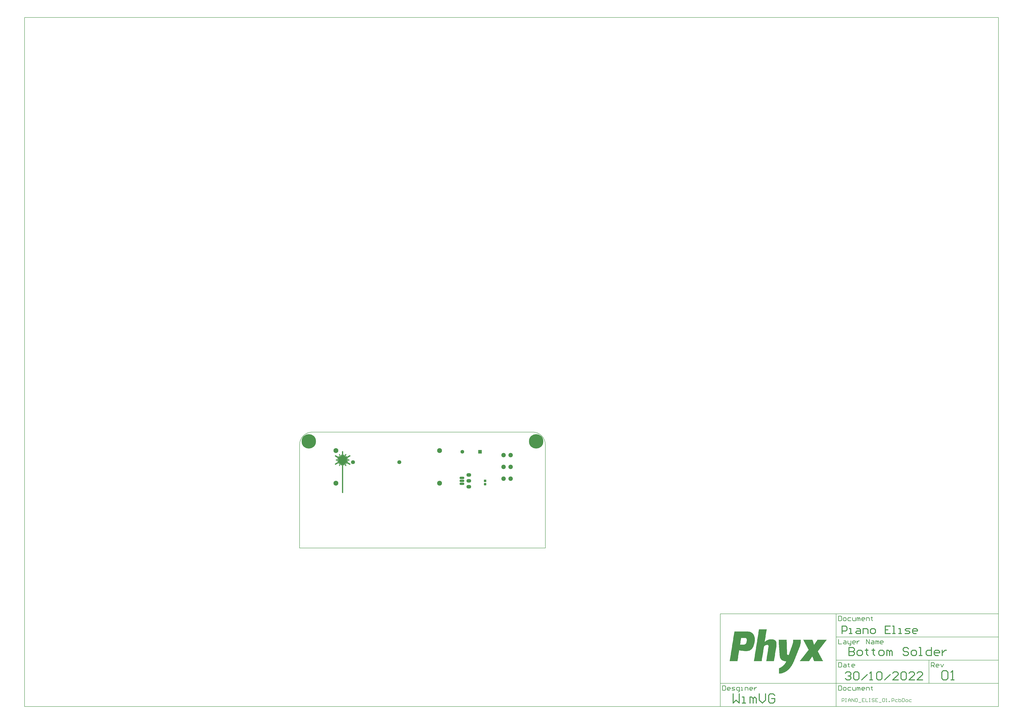
<source format=gbs>
G04*
G04 #@! TF.GenerationSoftware,Altium Limited,Altium Designer,22.10.1 (41)*
G04*
G04 Layer_Color=16711935*
%FSLAX25Y25*%
%MOIN*%
G70*
G04*
G04 #@! TF.SameCoordinates,8BAF8B8E-E321-4B2E-8998-6E6DE7EF2018*
G04*
G04*
G04 #@! TF.FilePolarity,Negative*
G04*
G01*
G75*
%ADD10C,0.00787*%
%ADD11C,0.00591*%
%ADD15C,0.01575*%
%ADD19C,0.00984*%
%ADD26C,0.08268*%
%ADD27C,0.24410*%
%ADD28C,0.07480*%
%ADD29R,0.04331X0.04331*%
G04:AMPARAMS|DCode=30|XSize=43.31mil|YSize=43.31mil|CornerRadius=11.81mil|HoleSize=0mil|Usage=FLASHONLY|Rotation=270.000|XOffset=0mil|YOffset=0mil|HoleType=Round|Shape=RoundedRectangle|*
%AMROUNDEDRECTD30*
21,1,0.04331,0.01968,0,0,270.0*
21,1,0.01968,0.04331,0,0,270.0*
1,1,0.02362,-0.00984,-0.00984*
1,1,0.02362,-0.00984,0.00984*
1,1,0.02362,0.00984,0.00984*
1,1,0.02362,0.00984,-0.00984*
%
%ADD30ROUNDEDRECTD30*%
%ADD31C,0.06693*%
%ADD32O,0.08268X0.04331*%
%ADD33O,0.08268X0.04331*%
%ADD34O,0.08268X0.05906*%
%ADD35C,0.06299*%
%ADD36R,0.06299X0.06299*%
G36*
X73146Y164560D02*
X73155Y164560D01*
X73229Y164553D01*
X73238Y164551D01*
X73247Y164551D01*
X73320Y164538D01*
X73329Y164536D01*
X73337Y164534D01*
X73409Y164515D01*
X73417Y164512D01*
X73426Y164510D01*
X73496Y164484D01*
X73504Y164480D01*
X73512Y164478D01*
X73579Y164446D01*
X73587Y164442D01*
X73595Y164438D01*
X73659Y164401D01*
X73666Y164396D01*
X73674Y164391D01*
X73735Y164348D01*
X73742Y164343D01*
X73749Y164338D01*
X73806Y164290D01*
X73812Y164284D01*
X73819Y164278D01*
X73872Y164225D01*
X73877Y164219D01*
X73883Y164213D01*
X73931Y164156D01*
X73936Y164148D01*
X73942Y164142D01*
X73985Y164081D01*
X73989Y164073D01*
X73994Y164066D01*
X74031Y164001D01*
X74035Y163994D01*
X74039Y163986D01*
X74071Y163918D01*
X74074Y163910D01*
X74077Y163902D01*
X74103Y163832D01*
X74105Y163824D01*
X74108Y163816D01*
X74127Y163744D01*
X74129Y163735D01*
X74131Y163727D01*
X74144Y163653D01*
X74145Y163645D01*
X74146Y163636D01*
X74153Y163562D01*
X74153Y163553D01*
X74154Y163544D01*
Y163507D01*
X74154Y156096D01*
X74665Y157996D01*
X74665Y157996D01*
X74672Y158024D01*
X74676Y158035D01*
X74679Y158045D01*
X74700Y158099D01*
X74705Y158109D01*
X74709Y158119D01*
X74736Y158170D01*
X74743Y158179D01*
X74748Y158189D01*
X74781Y158237D01*
X74788Y158245D01*
X74794Y158254D01*
X74832Y158298D01*
X74840Y158306D01*
X74847Y158314D01*
X74889Y158353D01*
X74898Y158360D01*
X74907Y158367D01*
X74953Y158402D01*
X74963Y158407D01*
X74972Y158414D01*
X75022Y158442D01*
X75032Y158447D01*
X75041Y158452D01*
X75094Y158475D01*
X75105Y158479D01*
X75115Y158483D01*
X75170Y158500D01*
X75181Y158502D01*
X75192Y158505D01*
X75249Y158516D01*
X75260Y158517D01*
X75270Y158519D01*
X75328Y158523D01*
X75339Y158523D01*
X75350Y158524D01*
X75408Y158521D01*
X75419Y158520D01*
X75430Y158519D01*
X75487Y158511D01*
X75498Y158508D01*
X75509Y158506D01*
X75564Y158491D01*
X75575Y158487D01*
X75586Y158484D01*
X75639Y158463D01*
X75649Y158458D01*
X75659Y158454D01*
X75710Y158427D01*
X75720Y158421D01*
X75729Y158415D01*
X75777Y158383D01*
X75785Y158376D01*
X75795Y158369D01*
X75838Y158332D01*
X75846Y158324D01*
X75854Y158316D01*
X75893Y158274D01*
X75900Y158265D01*
X75908Y158257D01*
X75942Y158210D01*
X75947Y158201D01*
X75954Y158192D01*
X75983Y158142D01*
X75987Y158132D01*
X75993Y158122D01*
X76016Y158069D01*
X76019Y158058D01*
X76023Y158048D01*
X76040Y157993D01*
X76043Y157982D01*
X76046Y157972D01*
X76056Y157915D01*
X76057Y157904D01*
X76059Y157893D01*
X76064Y157835D01*
X76063Y157824D01*
X76064Y157813D01*
X76062Y157755D01*
X76060Y157744D01*
X76060Y157733D01*
X76051Y157676D01*
X76048Y157666D01*
X76046Y157655D01*
X76039Y157627D01*
X76039Y157627D01*
X75388Y155206D01*
X75423Y155192D01*
X77738Y159206D01*
Y159206D01*
X77755Y159236D01*
X77761Y159243D01*
X77766Y159252D01*
X77805Y159307D01*
X77811Y159314D01*
X77817Y159322D01*
X77861Y159372D01*
X77868Y159379D01*
X77875Y159386D01*
X77924Y159432D01*
X77932Y159438D01*
X77939Y159445D01*
X77992Y159486D01*
X78000Y159491D01*
X78008Y159497D01*
X78065Y159532D01*
X78074Y159537D01*
X78082Y159542D01*
X78142Y159572D01*
X78152Y159575D01*
X78160Y159579D01*
X78223Y159603D01*
X78233Y159606D01*
X78242Y159609D01*
X78307Y159626D01*
X78316Y159628D01*
X78326Y159631D01*
X78392Y159642D01*
X78402Y159642D01*
X78411Y159644D01*
X78478Y159648D01*
X78488Y159648D01*
X78498Y159649D01*
X78565Y159646D01*
X78575Y159645D01*
X78584Y159645D01*
X78651Y159636D01*
X78660Y159634D01*
X78670Y159633D01*
X78736Y159617D01*
X78745Y159614D01*
X78754Y159612D01*
X78818Y159590D01*
X78827Y159587D01*
X78836Y159583D01*
X78897Y159556D01*
X78906Y159551D01*
X78915Y159547D01*
X78973Y159513D01*
X78981Y159508D01*
X78989Y159503D01*
X79044Y159463D01*
X79051Y159457D01*
X79059Y159451D01*
X79110Y159407D01*
X79116Y159400D01*
X79124Y159394D01*
X79170Y159344D01*
X79176Y159337D01*
X79182Y159330D01*
X79223Y159276D01*
X79228Y159268D01*
X79234Y159260D01*
X79270Y159203D01*
X79274Y159195D01*
X79279Y159186D01*
X79309Y159126D01*
X79312Y159117D01*
X79317Y159108D01*
X79340Y159045D01*
X79343Y159036D01*
X79346Y159027D01*
X79364Y158962D01*
X79365Y158952D01*
X79368Y158943D01*
X79379Y158877D01*
X79380Y158867D01*
X79381Y158857D01*
X79386Y158790D01*
X79385Y158780D01*
X79386Y158771D01*
X79384Y158703D01*
X79382Y158694D01*
X79382Y158684D01*
X79373Y158617D01*
X79371Y158608D01*
X79370Y158598D01*
X79355Y158533D01*
X79352Y158524D01*
X79349Y158514D01*
X79328Y158450D01*
X79324Y158442D01*
X79321Y158432D01*
X79293Y158371D01*
X79288Y158363D01*
X79284Y158354D01*
X79267Y158325D01*
X79267Y158325D01*
X76952Y154309D01*
X76971Y154294D01*
X78737Y156057D01*
X78737Y156057D01*
X78737Y156057D01*
X78737Y156057D01*
X78757Y156078D01*
X78766Y156085D01*
X78774Y156092D01*
X78819Y156128D01*
X78828Y156134D01*
X78837Y156141D01*
X78886Y156172D01*
X78896Y156177D01*
X78905Y156183D01*
X78957Y156208D01*
X78968Y156211D01*
X78978Y156216D01*
X79032Y156235D01*
X79043Y156238D01*
X79054Y156241D01*
X79110Y156254D01*
X79121Y156255D01*
X79132Y156258D01*
X79189Y156264D01*
X79200Y156264D01*
X79211Y156265D01*
X79269Y156265D01*
X79280Y156264D01*
X79291Y156264D01*
X79348Y156257D01*
X79359Y156255D01*
X79370Y156254D01*
X79427Y156241D01*
X79437Y156237D01*
X79448Y156235D01*
X79502Y156216D01*
X79512Y156211D01*
X79523Y156207D01*
X79575Y156182D01*
X79584Y156176D01*
X79594Y156171D01*
X79643Y156140D01*
X79652Y156134D01*
X79661Y156128D01*
X79706Y156091D01*
X79714Y156084D01*
X79723Y156077D01*
X79764Y156036D01*
X79770Y156027D01*
X79778Y156019D01*
X79814Y155974D01*
X79820Y155965D01*
X79827Y155956D01*
X79858Y155907D01*
X79862Y155897D01*
X79868Y155888D01*
X79893Y155836D01*
X79897Y155825D01*
X79902Y155815D01*
X79921Y155761D01*
X79923Y155750D01*
X79927Y155739D01*
X79940Y155683D01*
X79941Y155672D01*
X79943Y155661D01*
X79950Y155604D01*
X79950Y155593D01*
X79951Y155582D01*
X79951Y155524D01*
X79950Y155513D01*
X79950Y155502D01*
X79943Y155445D01*
X79941Y155434D01*
X79939Y155423D01*
X79927Y155367D01*
X79923Y155356D01*
X79920Y155345D01*
X79901Y155291D01*
X79897Y155281D01*
X79893Y155270D01*
X79868Y155218D01*
X79862Y155209D01*
X79857Y155199D01*
X79826Y155150D01*
X79819Y155141D01*
X79813Y155132D01*
X79777Y155087D01*
X79770Y155079D01*
X79763Y155070D01*
X79742Y155050D01*
X78383Y153693D01*
X84751Y157376D01*
X84751Y157376D01*
X84752Y157376D01*
X84752Y157376D01*
X84753Y157376D01*
X84784Y157394D01*
X84791Y157398D01*
X84799Y157402D01*
X84867Y157434D01*
X84875Y157437D01*
X84882Y157440D01*
X84953Y157466D01*
X84961Y157468D01*
X84969Y157471D01*
X85041Y157491D01*
X85050Y157492D01*
X85058Y157494D01*
X85132Y157507D01*
X85140Y157508D01*
X85149Y157510D01*
X85223Y157516D01*
X85232Y157516D01*
X85240Y157517D01*
X85315Y157517D01*
X85324Y157516D01*
X85332Y157516D01*
X85407Y157510D01*
X85415Y157508D01*
X85424Y157508D01*
X85497Y157494D01*
X85506Y157492D01*
X85514Y157491D01*
X85587Y157472D01*
X85595Y157468D01*
X85603Y157466D01*
X85673Y157441D01*
X85681Y157437D01*
X85689Y157434D01*
X85757Y157403D01*
X85764Y157398D01*
X85772Y157395D01*
X85837Y157357D01*
X85844Y157352D01*
X85851Y157348D01*
X85913Y157305D01*
X85919Y157300D01*
X85926Y157295D01*
X85984Y157247D01*
X85990Y157241D01*
X85996Y157235D01*
X86049Y157183D01*
X86055Y157176D01*
X86061Y157170D01*
X86109Y157113D01*
X86114Y157106D01*
X86119Y157099D01*
X86162Y157038D01*
X86167Y157030D01*
X86172Y157023D01*
X86209Y156958D01*
X86212Y156951D01*
X86217Y156943D01*
X86248Y156876D01*
X86251Y156867D01*
X86255Y156860D01*
X86281Y156789D01*
X86283Y156781D01*
X86286Y156773D01*
X86305Y156701D01*
X86307Y156692D01*
X86309Y156684D01*
X86322Y156610D01*
X86323Y156602D01*
X86324Y156593D01*
X86331Y156519D01*
X86331Y156510D01*
X86332Y156502D01*
X86332Y156427D01*
X86331Y156418D01*
X86331Y156410D01*
X86325Y156335D01*
X86323Y156327D01*
X86322Y156318D01*
X86309Y156245D01*
X86307Y156236D01*
X86306Y156228D01*
X86286Y156156D01*
X86283Y156148D01*
X86281Y156139D01*
X86256Y156069D01*
X86252Y156061D01*
X86249Y156053D01*
X86217Y155985D01*
X86213Y155978D01*
X86210Y155970D01*
X86172Y155905D01*
X86167Y155898D01*
X86163Y155891D01*
X86120Y155830D01*
X86115Y155823D01*
X86110Y155816D01*
X86062Y155759D01*
X86056Y155753D01*
X86050Y155746D01*
X85997Y155693D01*
X85991Y155687D01*
X85985Y155681D01*
X85927Y155633D01*
X85920Y155628D01*
X85914Y155623D01*
X85852Y155580D01*
X85845Y155576D01*
X85838Y155570D01*
X85806Y155552D01*
X85806Y155552D01*
X79381Y151837D01*
X81314Y152353D01*
X81315Y152353D01*
X81343Y152361D01*
X81353Y152363D01*
X81364Y152365D01*
X81421Y152374D01*
X81432Y152374D01*
X81443Y152376D01*
X81501Y152378D01*
X81512Y152377D01*
X81523Y152378D01*
X81581Y152373D01*
X81592Y152371D01*
X81603Y152370D01*
X81659Y152360D01*
X81670Y152356D01*
X81681Y152354D01*
X81736Y152337D01*
X81746Y152333D01*
X81757Y152329D01*
X81810Y152306D01*
X81819Y152301D01*
X81830Y152296D01*
X81879Y152267D01*
X81889Y152261D01*
X81898Y152255D01*
X81944Y152221D01*
X81953Y152213D01*
X81961Y152207D01*
X82004Y152167D01*
X82011Y152159D01*
X82019Y152152D01*
X82057Y152108D01*
X82063Y152099D01*
X82070Y152090D01*
X82103Y152042D01*
X82108Y152033D01*
X82114Y152023D01*
X82141Y151972D01*
X82145Y151962D01*
X82150Y151952D01*
X82171Y151898D01*
X82174Y151888D01*
X82178Y151877D01*
X82193Y151822D01*
X82195Y151811D01*
X82197Y151800D01*
X82206Y151743D01*
X82207Y151732D01*
X82208Y151721D01*
X82210Y151663D01*
X82209Y151652D01*
X82210Y151641D01*
X82205Y151583D01*
X82204Y151572D01*
X82203Y151561D01*
X82192Y151505D01*
X82189Y151494D01*
X82186Y151483D01*
X82169Y151428D01*
X82165Y151418D01*
X82162Y151407D01*
X82139Y151354D01*
X82133Y151345D01*
X82128Y151335D01*
X82099Y151285D01*
X82093Y151276D01*
X82087Y151266D01*
X82053Y151220D01*
X82046Y151211D01*
X82039Y151203D01*
X82000Y151160D01*
X81991Y151153D01*
X81984Y151145D01*
X81940Y151107D01*
X81931Y151101D01*
X81922Y151094D01*
X81875Y151061D01*
X81865Y151056D01*
X81855Y151050D01*
X81805Y151023D01*
X81794Y151019D01*
X81784Y151014D01*
X81731Y150993D01*
X81720Y150990D01*
X81709Y150986D01*
X81682Y150979D01*
X81682D01*
X79245Y150328D01*
X79251Y150291D01*
X83909Y150294D01*
X83909Y150294D01*
X83943Y150294D01*
X83952Y150293D01*
X83962Y150293D01*
X84029Y150286D01*
X84039Y150284D01*
X84048Y150283D01*
X84114Y150270D01*
X84123Y150267D01*
X84133Y150265D01*
X84197Y150246D01*
X84206Y150242D01*
X84216Y150239D01*
X84278Y150214D01*
X84286Y150209D01*
X84295Y150205D01*
X84355Y150174D01*
X84363Y150168D01*
X84371Y150164D01*
X84427Y150126D01*
X84435Y150120D01*
X84443Y150115D01*
X84495Y150072D01*
X84502Y150065D01*
X84509Y150059D01*
X84557Y150012D01*
X84563Y150004D01*
X84570Y149997D01*
X84613Y149945D01*
X84618Y149937D01*
X84624Y149930D01*
X84662Y149874D01*
X84666Y149865D01*
X84672Y149857D01*
X84703Y149798D01*
X84707Y149789D01*
X84712Y149780D01*
X84737Y149718D01*
X84740Y149709D01*
X84744Y149700D01*
X84763Y149635D01*
X84765Y149626D01*
X84768Y149617D01*
X84781Y149551D01*
X84782Y149541D01*
X84784Y149531D01*
X84791Y149464D01*
X84791Y149455D01*
X84792Y149445D01*
X84792Y149378D01*
X84791Y149368D01*
X84791Y149358D01*
X84784Y149292D01*
X84782Y149282D01*
X84781Y149272D01*
X84768Y149206D01*
X84766Y149197D01*
X84764Y149188D01*
X84744Y149123D01*
X84741Y149114D01*
X84738Y149105D01*
X84712Y149043D01*
X84707Y149034D01*
X84704Y149025D01*
X84672Y148966D01*
X84667Y148958D01*
X84662Y148949D01*
X84625Y148893D01*
X84619Y148886D01*
X84613Y148878D01*
X84570Y148826D01*
X84564Y148819D01*
X84557Y148811D01*
X84510Y148764D01*
X84502Y148758D01*
X84496Y148751D01*
X84444Y148708D01*
X84436Y148703D01*
X84428Y148696D01*
X84372Y148659D01*
X84364Y148654D01*
X84355Y148649D01*
X84296Y148617D01*
X84287Y148614D01*
X84279Y148609D01*
X84216Y148583D01*
X84207Y148580D01*
X84198Y148577D01*
X84134Y148557D01*
X84124Y148555D01*
X84115Y148552D01*
X84049Y148539D01*
X84039Y148538D01*
X84030Y148536D01*
X83963Y148530D01*
X83953Y148530D01*
X83943Y148529D01*
X83910Y148529D01*
D01*
X79237Y148527D01*
X79234Y148512D01*
X81679Y147854D01*
X81679Y147854D01*
X81707Y147847D01*
X81717Y147843D01*
X81728Y147840D01*
X81781Y147819D01*
X81791Y147814D01*
X81801Y147810D01*
X81853Y147783D01*
X81862Y147776D01*
X81871Y147771D01*
X81919Y147739D01*
X81928Y147731D01*
X81937Y147725D01*
X81980Y147687D01*
X81988Y147679D01*
X81996Y147672D01*
X82036Y147630D01*
X82042Y147621D01*
X82050Y147613D01*
X82084Y147566D01*
X82090Y147557D01*
X82096Y147547D01*
X82125Y147497D01*
X82129Y147487D01*
X82135Y147478D01*
X82158Y147425D01*
X82161Y147414D01*
X82166Y147404D01*
X82183Y147349D01*
X82185Y147338D01*
X82188Y147327D01*
X82199Y147271D01*
X82200Y147259D01*
X82201Y147249D01*
X82206Y147191D01*
X82205Y147180D01*
X82206Y147169D01*
X82204Y147111D01*
X82202Y147100D01*
X82202Y147089D01*
X82193Y147032D01*
X82190Y147021D01*
X82189Y147010D01*
X82174Y146955D01*
X82170Y146944D01*
X82167Y146934D01*
X82146Y146880D01*
X82140Y146870D01*
X82136Y146860D01*
X82109Y146809D01*
X82103Y146800D01*
X82098Y146790D01*
X82065Y146742D01*
X82058Y146734D01*
X82052Y146724D01*
X82014Y146681D01*
X82006Y146673D01*
X81999Y146665D01*
X81956Y146626D01*
X81947Y146619D01*
X81939Y146611D01*
X81893Y146577D01*
X81883Y146572D01*
X81874Y146565D01*
X81824Y146536D01*
X81814Y146532D01*
X81804Y146526D01*
X81751Y146503D01*
X81741Y146500D01*
X81731Y146496D01*
X81675Y146479D01*
X81665Y146476D01*
X81654Y146473D01*
X81597Y146463D01*
X81586Y146462D01*
X81575Y146460D01*
X81518Y146456D01*
X81507Y146456D01*
X81495Y146455D01*
X81438Y146457D01*
X81427Y146459D01*
X81416Y146459D01*
X81359Y146468D01*
X81348Y146471D01*
X81337Y146473D01*
X81309Y146480D01*
X81309Y146480D01*
X79344Y147009D01*
X85779Y143289D01*
X85779Y143289D01*
X85811Y143271D01*
X85818Y143266D01*
X85826Y143261D01*
X85887Y143218D01*
X85893Y143213D01*
X85901Y143208D01*
X85958Y143160D01*
X85964Y143154D01*
X85970Y143148D01*
X86023Y143095D01*
X86029Y143089D01*
X86035Y143083D01*
X86083Y143025D01*
X86088Y143018D01*
X86093Y143012D01*
X86136Y142950D01*
X86140Y142943D01*
X86146Y142936D01*
X86183Y142871D01*
X86186Y142863D01*
X86191Y142856D01*
X86222Y142788D01*
X86225Y142780D01*
X86229Y142772D01*
X86254Y142702D01*
X86257Y142694D01*
X86260Y142685D01*
X86279Y142613D01*
X86280Y142605D01*
X86283Y142597D01*
X86295Y142523D01*
X86296Y142514D01*
X86298Y142506D01*
X86304Y142431D01*
X86304Y142423D01*
X86305Y142414D01*
X86305Y142340D01*
X86304Y142331D01*
X86304Y142322D01*
X86298Y142248D01*
X86296Y142239D01*
X86295Y142231D01*
X86282Y142157D01*
X86280Y142149D01*
X86279Y142140D01*
X86259Y142068D01*
X86256Y142060D01*
X86254Y142052D01*
X86229Y141982D01*
X86225Y141974D01*
X86222Y141966D01*
X86190Y141898D01*
X86186Y141891D01*
X86182Y141883D01*
X86145Y141818D01*
X86140Y141811D01*
X86136Y141803D01*
X86093Y141742D01*
X86087Y141736D01*
X86082Y141729D01*
X86034Y141671D01*
X86028Y141665D01*
X86023Y141659D01*
X85970Y141606D01*
X85963Y141600D01*
X85957Y141594D01*
X85900Y141546D01*
X85893Y141541D01*
X85886Y141536D01*
X85825Y141493D01*
X85817Y141489D01*
X85810Y141484D01*
X85746Y141446D01*
X85738Y141443D01*
X85730Y141438D01*
X85663Y141407D01*
X85654Y141404D01*
X85647Y141400D01*
X85576Y141375D01*
X85568Y141373D01*
X85560Y141369D01*
X85488Y141350D01*
X85479Y141349D01*
X85471Y141347D01*
X85397Y141334D01*
X85389Y141333D01*
X85380Y141331D01*
X85306Y141325D01*
X85297Y141325D01*
X85289Y141324D01*
X85214Y141324D01*
X85205Y141325D01*
X85197Y141325D01*
X85122Y141332D01*
X85114Y141333D01*
X85105Y141334D01*
X85031Y141347D01*
X85023Y141349D01*
X85015Y141350D01*
X84943Y141370D01*
X84935Y141373D01*
X84926Y141375D01*
X84856Y141401D01*
X84848Y141404D01*
X84840Y141407D01*
X84772Y141439D01*
X84765Y141443D01*
X84757Y141447D01*
X84725Y141465D01*
X84725Y141465D01*
X78370Y145139D01*
X79748Y143758D01*
X79748Y143758D01*
X79769Y143737D01*
X79776Y143729D01*
X79783Y143721D01*
X79819Y143676D01*
X79825Y143666D01*
X79832Y143658D01*
X79863Y143609D01*
X79868Y143599D01*
X79874Y143589D01*
X79898Y143537D01*
X79902Y143527D01*
X79907Y143517D01*
X79926Y143462D01*
X79928Y143451D01*
X79932Y143441D01*
X79945Y143385D01*
X79946Y143374D01*
X79949Y143363D01*
X79955Y143305D01*
X79955Y143294D01*
X79956Y143283D01*
X79956Y143226D01*
X79955Y143214D01*
X79955Y143203D01*
X79948Y143146D01*
X79946Y143135D01*
X79945Y143124D01*
X79932Y143068D01*
X79928Y143058D01*
X79926Y143047D01*
X79906Y142992D01*
X79902Y142982D01*
X79898Y142972D01*
X79873Y142920D01*
X79867Y142910D01*
X79862Y142900D01*
X79831Y142852D01*
X79825Y142843D01*
X79818Y142833D01*
X79782Y142788D01*
X79775Y142780D01*
X79768Y142772D01*
X79727Y142731D01*
X79718Y142724D01*
X79710Y142716D01*
X79665Y142680D01*
X79656Y142674D01*
X79647Y142668D01*
X79598Y142637D01*
X79588Y142632D01*
X79579Y142626D01*
X79527Y142601D01*
X79516Y142597D01*
X79506Y142593D01*
X79452Y142574D01*
X79441Y142571D01*
X79430Y142568D01*
X79374Y142555D01*
X79363Y142553D01*
X79352Y142551D01*
X79295Y142545D01*
X79284Y142545D01*
X79273Y142544D01*
X79215Y142544D01*
X79204Y142545D01*
X79193Y142545D01*
X79136Y142551D01*
X79125Y142554D01*
X79114Y142555D01*
X79058Y142568D01*
X79047Y142571D01*
X79036Y142574D01*
X78982Y142593D01*
X78972Y142598D01*
X78961Y142602D01*
X78909Y142627D01*
X78900Y142633D01*
X78890Y142638D01*
X78841Y142668D01*
X78832Y142675D01*
X78823Y142681D01*
X78778Y142717D01*
X78770Y142725D01*
X78761Y142732D01*
X78741Y142752D01*
X78741Y142752D01*
X76918Y144579D01*
X76915Y144577D01*
X79275Y140494D01*
X79276Y140493D01*
X79292Y140464D01*
X79296Y140455D01*
X79301Y140447D01*
X79329Y140386D01*
X79332Y140376D01*
X79336Y140367D01*
X79358Y140304D01*
X79360Y140294D01*
X79363Y140285D01*
X79378Y140220D01*
X79380Y140210D01*
X79382Y140201D01*
X79391Y140134D01*
X79391Y140124D01*
X79392Y140114D01*
X79395Y140047D01*
X79394Y140038D01*
X79394Y140028D01*
X79390Y139961D01*
X79388Y139951D01*
X79388Y139942D01*
X79377Y139875D01*
X79374Y139866D01*
X79373Y139856D01*
X79355Y139791D01*
X79352Y139782D01*
X79349Y139773D01*
X79326Y139710D01*
X79321Y139701D01*
X79318Y139692D01*
X79288Y139632D01*
X79283Y139623D01*
X79279Y139615D01*
X79243Y139558D01*
X79238Y139550D01*
X79232Y139541D01*
X79191Y139488D01*
X79185Y139481D01*
X79179Y139473D01*
X79133Y139424D01*
X79126Y139418D01*
X79119Y139411D01*
X79068Y139366D01*
X79061Y139361D01*
X79053Y139354D01*
X78999Y139315D01*
X78990Y139310D01*
X78982Y139304D01*
X78924Y139271D01*
X78915Y139267D01*
X78907Y139262D01*
X78846Y139234D01*
X78836Y139231D01*
X78827Y139227D01*
X78764Y139205D01*
X78754Y139203D01*
X78745Y139200D01*
X78680Y139185D01*
X78670Y139183D01*
X78661Y139181D01*
X78594Y139172D01*
X78584Y139172D01*
X78575Y139171D01*
X78507Y139169D01*
X78497Y139169D01*
X78488Y139169D01*
X78421Y139173D01*
X78411Y139175D01*
X78401Y139175D01*
X78335Y139186D01*
X78326Y139189D01*
X78316Y139190D01*
X78251Y139208D01*
X78242Y139211D01*
X78233Y139214D01*
X78170Y139237D01*
X78161Y139242D01*
X78152Y139245D01*
X78092Y139275D01*
X78083Y139280D01*
X78075Y139284D01*
X78017Y139320D01*
X78010Y139326D01*
X78001Y139331D01*
X77948Y139372D01*
X77941Y139378D01*
X77933Y139384D01*
X77884Y139430D01*
X77878Y139438D01*
X77871Y139444D01*
X77826Y139495D01*
X77821Y139503D01*
X77814Y139510D01*
X77775Y139565D01*
X77770Y139573D01*
X77764Y139581D01*
X77748Y139610D01*
X77747Y139610D01*
X75380Y143706D01*
X75359Y143697D01*
X76024Y141206D01*
X76024Y141206D01*
X76031Y141178D01*
X76033Y141167D01*
X76036Y141156D01*
X76044Y141099D01*
X76045Y141088D01*
X76046Y141077D01*
X76048Y141019D01*
X76048Y141008D01*
X76048Y140997D01*
X76043Y140940D01*
X76042Y140929D01*
X76041Y140918D01*
X76030Y140861D01*
X76027Y140850D01*
X76024Y140840D01*
X76007Y140784D01*
X76003Y140774D01*
X76000Y140764D01*
X75977Y140711D01*
X75971Y140701D01*
X75967Y140691D01*
X75938Y140641D01*
X75931Y140632D01*
X75925Y140622D01*
X75891Y140576D01*
X75884Y140568D01*
X75877Y140559D01*
X75838Y140517D01*
X75829Y140509D01*
X75822Y140501D01*
X75778Y140464D01*
X75769Y140457D01*
X75760Y140450D01*
X75713Y140418D01*
X75703Y140412D01*
X75694Y140406D01*
X75643Y140380D01*
X75632Y140375D01*
X75622Y140370D01*
X75569Y140349D01*
X75558Y140346D01*
X75548Y140342D01*
X75492Y140327D01*
X75481Y140326D01*
X75470Y140323D01*
X75413Y140314D01*
X75402Y140314D01*
X75391Y140312D01*
X75333Y140310D01*
X75322Y140311D01*
X75311Y140311D01*
X75254Y140315D01*
X75243Y140317D01*
X75232Y140318D01*
X75175Y140329D01*
X75164Y140332D01*
X75153Y140334D01*
X75098Y140351D01*
X75088Y140355D01*
X75077Y140359D01*
X75025Y140382D01*
X75015Y140387D01*
X75005Y140392D01*
X74955Y140421D01*
X74946Y140427D01*
X74936Y140433D01*
X74890Y140467D01*
X74882Y140475D01*
X74873Y140481D01*
X74831Y140521D01*
X74823Y140529D01*
X74815Y140537D01*
X74778Y140581D01*
X74771Y140590D01*
X74764Y140598D01*
X74732Y140646D01*
X74726Y140656D01*
X74720Y140665D01*
X74693Y140716D01*
X74689Y140726D01*
X74684Y140736D01*
X74663Y140790D01*
X74660Y140800D01*
X74656Y140811D01*
X74649Y140839D01*
Y140839D01*
X74154Y142693D01*
X74154Y94302D01*
X74154Y94301D01*
Y94264D01*
X74153Y94256D01*
X74153Y94247D01*
X74146Y94173D01*
X74145Y94164D01*
X74144Y94156D01*
X74131Y94082D01*
X74129Y94074D01*
X74127Y94065D01*
X74108Y93993D01*
X74105Y93985D01*
X74103Y93976D01*
X74077Y93906D01*
X74074Y93898D01*
X74071Y93890D01*
X74039Y93823D01*
X74035Y93815D01*
X74031Y93807D01*
X73994Y93743D01*
X73989Y93736D01*
X73985Y93728D01*
X73942Y93667D01*
X73936Y93660D01*
X73931Y93653D01*
X73883Y93596D01*
X73877Y93590D01*
X73872Y93583D01*
X73819Y93530D01*
X73812Y93525D01*
X73806Y93519D01*
X73749Y93471D01*
X73742Y93466D01*
X73735Y93460D01*
X73674Y93417D01*
X73666Y93413D01*
X73659Y93408D01*
X73595Y93371D01*
X73587Y93367D01*
X73579Y93363D01*
X73512Y93331D01*
X73504Y93328D01*
X73496Y93325D01*
X73426Y93299D01*
X73417Y93297D01*
X73409Y93294D01*
X73337Y93275D01*
X73328Y93273D01*
X73320Y93271D01*
X73247Y93258D01*
X73238Y93257D01*
X73229Y93256D01*
X73155Y93249D01*
X73146Y93249D01*
X73138Y93248D01*
X73063D01*
X73054Y93249D01*
X73046Y93249D01*
X72971Y93256D01*
X72963Y93257D01*
X72954Y93258D01*
X72881Y93271D01*
X72872Y93273D01*
X72864Y93275D01*
X72792Y93294D01*
X72784Y93297D01*
X72775Y93299D01*
X72705Y93325D01*
X72697Y93328D01*
X72689Y93331D01*
X72621Y93363D01*
X72614Y93367D01*
X72606Y93371D01*
X72541Y93408D01*
X72534Y93413D01*
X72527Y93417D01*
X72466Y93460D01*
X72459Y93466D01*
X72452Y93471D01*
X72395Y93519D01*
X72389Y93525D01*
X72382Y93530D01*
X72329Y93583D01*
X72324Y93590D01*
X72318Y93596D01*
X72270Y93653D01*
X72265Y93660D01*
X72259Y93667D01*
X72216Y93728D01*
X72212Y93736D01*
X72207Y93743D01*
X72170Y93807D01*
X72166Y93815D01*
X72162Y93823D01*
X72130Y93890D01*
X72127Y93898D01*
X72123Y93906D01*
X72098Y93976D01*
X72096Y93985D01*
X72093Y93993D01*
X72073Y94065D01*
X72072Y94074D01*
X72070Y94082D01*
X72057Y94156D01*
X72056Y94164D01*
X72054Y94173D01*
X72048Y94247D01*
X72048Y94256D01*
X72047Y94264D01*
Y94302D01*
X72047Y142785D01*
X71525Y140842D01*
X71525Y140842D01*
X71517Y140812D01*
X71512Y140801D01*
X71509Y140789D01*
X71486Y140732D01*
X71481Y140722D01*
X71476Y140711D01*
X71446Y140657D01*
X71439Y140647D01*
X71434Y140637D01*
X71398Y140586D01*
X71390Y140578D01*
X71383Y140568D01*
X71341Y140523D01*
X71332Y140515D01*
X71324Y140506D01*
X71277Y140466D01*
X71267Y140459D01*
X71258Y140452D01*
X71207Y140418D01*
X71196Y140412D01*
X71186Y140405D01*
X71131Y140378D01*
X71120Y140373D01*
X71109Y140368D01*
X71052Y140347D01*
X71040Y140344D01*
X71029Y140340D01*
X70969Y140326D01*
X70957Y140325D01*
X70945Y140322D01*
X70884Y140316D01*
X70872Y140316D01*
X70860Y140315D01*
X70799Y140315D01*
X70787Y140317D01*
X70775Y140317D01*
X70714Y140325D01*
X70702Y140328D01*
X70691Y140330D01*
X70631Y140345D01*
X70619Y140349D01*
X70608Y140352D01*
X70551Y140375D01*
X70540Y140380D01*
X70529Y140384D01*
X70475Y140414D01*
X70465Y140420D01*
X70455Y140426D01*
X70404Y140461D01*
X70395Y140469D01*
X70385Y140476D01*
X70340Y140517D01*
X70332Y140526D01*
X70323Y140534D01*
X70282Y140581D01*
X70275Y140590D01*
X70268Y140599D01*
X70233Y140650D01*
X70227Y140661D01*
X70221Y140671D01*
X70192Y140725D01*
X70188Y140736D01*
X70182Y140747D01*
X70161Y140805D01*
X70158Y140816D01*
X70154Y140827D01*
X70139Y140887D01*
X70137Y140899D01*
X70135Y140911D01*
X70127Y140972D01*
X70127Y140984D01*
X70126Y140996D01*
Y141026D01*
Y141043D01*
X70127Y141050D01*
X70126Y141056D01*
X70129Y141090D01*
X70130Y141096D01*
X70130Y141103D01*
X70134Y141136D01*
X70136Y141143D01*
X70136Y141149D01*
X70143Y141182D01*
X70145Y141189D01*
X70146Y141195D01*
X70150Y141211D01*
X70150Y141211D01*
X70809Y143658D01*
X68471Y139606D01*
X68471Y139606D01*
X68455Y139578D01*
X68450Y139570D01*
X68445Y139562D01*
X68408Y139510D01*
X68402Y139503D01*
X68397Y139496D01*
X68355Y139447D01*
X68349Y139441D01*
X68343Y139434D01*
X68296Y139389D01*
X68289Y139383D01*
X68283Y139377D01*
X68233Y139337D01*
X68225Y139332D01*
X68217Y139326D01*
X68164Y139291D01*
X68156Y139287D01*
X68148Y139282D01*
X68091Y139252D01*
X68083Y139248D01*
X68075Y139244D01*
X68015Y139219D01*
X68007Y139216D01*
X67998Y139213D01*
X67937Y139194D01*
X67928Y139192D01*
X67919Y139189D01*
X67856Y139176D01*
X67847Y139175D01*
X67838Y139173D01*
X67774Y139166D01*
X67765Y139166D01*
X67756Y139165D01*
X67692Y139164D01*
X67683Y139164D01*
X67673Y139164D01*
X67609Y139169D01*
X67600Y139171D01*
X67591Y139171D01*
X67528Y139182D01*
X67519Y139184D01*
X67510Y139186D01*
X67448Y139202D01*
X67439Y139206D01*
X67430Y139208D01*
X67370Y139230D01*
X67362Y139234D01*
X67353Y139238D01*
X67295Y139265D01*
X67288Y139270D01*
X67279Y139274D01*
X67224Y139307D01*
X67217Y139313D01*
X67209Y139318D01*
X67157Y139356D01*
X67150Y139362D01*
X67143Y139367D01*
X67095Y139410D01*
X67089Y139417D01*
X67082Y139423D01*
X67039Y139470D01*
X67033Y139477D01*
X67027Y139484D01*
X66988Y139535D01*
X66983Y139543D01*
X66977Y139550D01*
X66943Y139604D01*
X66939Y139612D01*
X66934Y139620D01*
X66905Y139678D01*
X66902Y139686D01*
X66897Y139694D01*
X66874Y139754D01*
X66872Y139763D01*
X66868Y139771D01*
X66850Y139833D01*
X66849Y139842D01*
X66846Y139851D01*
X66834Y139914D01*
X66833Y139923D01*
X66831Y139932D01*
X66825Y139996D01*
X66826Y140005D01*
X66825Y140015D01*
Y140047D01*
Y140069D01*
X66825Y140075D01*
X66825Y140082D01*
X66828Y140127D01*
X66829Y140133D01*
X66829Y140139D01*
X66835Y140184D01*
X66837Y140190D01*
X66837Y140197D01*
X66846Y140241D01*
X66848Y140247D01*
X66849Y140253D01*
X66861Y140296D01*
X66863Y140303D01*
X66864Y140309D01*
X66879Y140351D01*
X66881Y140357D01*
X66883Y140363D01*
X66900Y140405D01*
X66903Y140410D01*
X66906Y140417D01*
X66925Y140457D01*
X66929Y140462D01*
X66931Y140468D01*
X66943Y140488D01*
X66943Y140488D01*
X69316Y144602D01*
X69293Y144620D01*
X67440Y142771D01*
X67440Y142771D01*
X67440Y142771D01*
X67440Y142771D01*
X67440Y142771D01*
X67419Y142750D01*
X67410Y142742D01*
X67401Y142734D01*
X67354Y142697D01*
X67344Y142690D01*
X67335Y142683D01*
X67283Y142652D01*
X67273Y142647D01*
X67262Y142641D01*
X67207Y142615D01*
X67196Y142612D01*
X67186Y142607D01*
X67128Y142588D01*
X67117Y142586D01*
X67106Y142582D01*
X67046Y142571D01*
X67035Y142569D01*
X67023Y142568D01*
X66963Y142563D01*
X66951Y142563D01*
X66939Y142562D01*
X66879Y142565D01*
X66867Y142566D01*
X66856Y142567D01*
X66796Y142577D01*
X66785Y142579D01*
X66773Y142581D01*
X66715Y142598D01*
X66704Y142602D01*
X66693Y142606D01*
X66637Y142629D01*
X66627Y142634D01*
X66616Y142639D01*
X66563Y142669D01*
X66554Y142675D01*
X66544Y142681D01*
X66495Y142717D01*
X66486Y142725D01*
X66477Y142732D01*
X66432Y142773D01*
X66424Y142781D01*
X66416Y142789D01*
X66377Y142836D01*
X66370Y142845D01*
X66363Y142854D01*
X66329Y142904D01*
X66324Y142915D01*
X66317Y142925D01*
X66290Y142979D01*
X66286Y142989D01*
X66280Y143000D01*
X66259Y143057D01*
X66256Y143068D01*
X66253Y143079D01*
X66239Y143138D01*
X66237Y143149D01*
X66234Y143161D01*
X66227Y143221D01*
X66227Y143233D01*
X66226Y143244D01*
Y143274D01*
Y143300D01*
X66227Y143309D01*
Y143319D01*
X66232Y143369D01*
X66234Y143379D01*
X66235Y143389D01*
X66245Y143438D01*
X66247Y143447D01*
X66249Y143457D01*
X66264Y143506D01*
X66268Y143515D01*
X66271Y143524D01*
X66290Y143570D01*
X66295Y143579D01*
X66298Y143588D01*
X66322Y143633D01*
X66328Y143641D01*
X66332Y143649D01*
X66360Y143691D01*
X66366Y143699D01*
X66372Y143707D01*
X66404Y143746D01*
X66411Y143753D01*
X66417Y143760D01*
X66435Y143778D01*
X66435D01*
Y143778D01*
X67801Y145141D01*
X61438Y141463D01*
X61438Y141462D01*
X61406Y141444D01*
X61398Y141440D01*
X61390Y141436D01*
X61323Y141404D01*
X61315Y141401D01*
X61307Y141398D01*
X61237Y141372D01*
X61228Y141370D01*
X61220Y141367D01*
X61148Y141348D01*
X61139Y141346D01*
X61131Y141344D01*
X61058Y141331D01*
X61049Y141330D01*
X61040Y141328D01*
X60966Y141322D01*
X60957Y141322D01*
X60949Y141321D01*
X60874Y141321D01*
X60865Y141322D01*
X60857Y141322D01*
X60782Y141328D01*
X60774Y141330D01*
X60765Y141331D01*
X60692Y141343D01*
X60683Y141346D01*
X60675Y141347D01*
X60603Y141367D01*
X60594Y141370D01*
X60586Y141372D01*
X60516Y141397D01*
X60508Y141401D01*
X60500Y141404D01*
X60432Y141435D01*
X60425Y141440D01*
X60417Y141443D01*
X60352Y141481D01*
X60345Y141486D01*
X60338Y141490D01*
X60276Y141533D01*
X60270Y141538D01*
X60263Y141543D01*
X60206Y141591D01*
X60199Y141597D01*
X60193Y141603D01*
X60140Y141656D01*
X60134Y141663D01*
X60128Y141669D01*
X60080Y141726D01*
X60075Y141733D01*
X60070Y141739D01*
X60027Y141801D01*
X60023Y141808D01*
X60018Y141815D01*
X59980Y141880D01*
X59977Y141888D01*
X59972Y141895D01*
X59941Y141963D01*
X59938Y141971D01*
X59934Y141979D01*
X59908Y142049D01*
X59906Y142058D01*
X59903Y142066D01*
X59884Y142138D01*
X59882Y142146D01*
X59880Y142155D01*
X59867Y142228D01*
X59866Y142237D01*
X59865Y142245D01*
X59858Y142320D01*
X59859Y142328D01*
X59858Y142337D01*
Y142374D01*
Y142412D01*
X59859Y142420D01*
X59858Y142429D01*
X59865Y142503D01*
X59866Y142512D01*
X59867Y142520D01*
X59880Y142594D01*
X59882Y142602D01*
X59884Y142611D01*
X59903Y142683D01*
X59906Y142691D01*
X59908Y142699D01*
X59934Y142770D01*
X59938Y142777D01*
X59940Y142785D01*
X59972Y142853D01*
X59976Y142860D01*
X59980Y142868D01*
X60017Y142933D01*
X60022Y142940D01*
X60027Y142948D01*
X60069Y143009D01*
X60075Y143015D01*
X60080Y143022D01*
X60128Y143080D01*
X60134Y143086D01*
X60139Y143092D01*
X60192Y143145D01*
X60199Y143151D01*
X60205Y143157D01*
X60262Y143205D01*
X60269Y143210D01*
X60276Y143215D01*
X60337Y143258D01*
X60344Y143263D01*
X60351Y143268D01*
X60384Y143286D01*
X60384Y143286D01*
X66831Y147014D01*
X64888Y146495D01*
X64888Y146495D01*
X64860Y146488D01*
X64849Y146486D01*
X64838Y146483D01*
X64779Y146475D01*
X64768Y146474D01*
X64757Y146473D01*
X64698Y146471D01*
X64687Y146472D01*
X64675Y146471D01*
X64617Y146476D01*
X64605Y146478D01*
X64594Y146479D01*
X64536Y146491D01*
X64526Y146494D01*
X64515Y146497D01*
X64459Y146515D01*
X64448Y146519D01*
X64438Y146523D01*
X64384Y146547D01*
X64374Y146553D01*
X64364Y146558D01*
X64313Y146588D01*
X64304Y146595D01*
X64295Y146601D01*
X64248Y146636D01*
X64240Y146644D01*
X64231Y146651D01*
X64188Y146692D01*
X64181Y146701D01*
X64173Y146709D01*
X64136Y146754D01*
X64130Y146764D01*
X64122Y146773D01*
X64091Y146822D01*
X64086Y146832D01*
X64079Y146842D01*
X64053Y146895D01*
X64050Y146905D01*
X64045Y146916D01*
X64025Y146971D01*
X64022Y146982D01*
X64018Y146993D01*
X64005Y147050D01*
X64004Y147061D01*
X64001Y147072D01*
X63994Y147131D01*
X63994Y147142D01*
X63993Y147153D01*
Y147183D01*
Y147211D01*
X63994Y147222D01*
X63994Y147232D01*
X64000Y147288D01*
X64003Y147299D01*
X64004Y147310D01*
X64016Y147364D01*
X64020Y147375D01*
X64022Y147385D01*
X64040Y147438D01*
X64044Y147448D01*
X64048Y147458D01*
X64072Y147509D01*
X64077Y147519D01*
X64082Y147528D01*
X64111Y147576D01*
X64118Y147585D01*
X64123Y147594D01*
X64157Y147638D01*
X64165Y147646D01*
X64172Y147655D01*
X64210Y147696D01*
X64218Y147702D01*
X64226Y147710D01*
X64269Y147746D01*
X64278Y147752D01*
X64287Y147759D01*
X64333Y147790D01*
X64343Y147795D01*
X64352Y147801D01*
X64402Y147827D01*
X64412Y147831D01*
X64421Y147836D01*
X64474Y147856D01*
X64484Y147859D01*
X64494Y147863D01*
X64521Y147870D01*
X64521Y147870D01*
X66958Y148521D01*
X62301Y148519D01*
X62301D01*
X62301D01*
X62267Y148519D01*
X62258Y148520D01*
X62248D01*
X62181Y148526D01*
X62171Y148528D01*
X62162Y148529D01*
X62096Y148542D01*
X62086Y148545D01*
X62077Y148547D01*
X62012Y148566D01*
X62003Y148570D01*
X61994Y148573D01*
X61932Y148599D01*
X61923Y148603D01*
X61914Y148607D01*
X61855Y148639D01*
X61847Y148644D01*
X61839Y148649D01*
X61782Y148686D01*
X61775Y148692D01*
X61767Y148697D01*
X61715Y148740D01*
X61708Y148747D01*
X61700Y148753D01*
X61653Y148801D01*
X61647Y148808D01*
X61640Y148815D01*
X61597Y148867D01*
X61592Y148875D01*
X61586Y148883D01*
X61548Y148939D01*
X61544Y148947D01*
X61538Y148955D01*
X61506Y149015D01*
X61503Y149024D01*
X61498Y149032D01*
X61472Y149094D01*
X61470Y149104D01*
X61466Y149113D01*
X61446Y149177D01*
X61444Y149187D01*
X61442Y149196D01*
X61428Y149262D01*
X61427Y149272D01*
X61426Y149281D01*
X61419Y149348D01*
Y149358D01*
X61418Y149367D01*
Y149401D01*
Y149435D01*
X61419Y149444D01*
Y149454D01*
X61426Y149521D01*
X61427Y149530D01*
X61428Y149540D01*
X61442Y149606D01*
X61444Y149616D01*
X61446Y149625D01*
X61466Y149689D01*
X61470Y149698D01*
X61472Y149708D01*
X61498Y149770D01*
X61503Y149778D01*
X61506Y149787D01*
X61538Y149847D01*
X61544Y149855D01*
X61548Y149863D01*
X61585Y149919D01*
X61592Y149927D01*
X61597Y149935D01*
X61640Y149987D01*
X61646Y149994D01*
X61653Y150001D01*
X61700Y150049D01*
X61708Y150055D01*
X61715Y150062D01*
X61766Y150104D01*
X61775Y150110D01*
X61782Y150116D01*
X61838Y150153D01*
X61847Y150158D01*
X61855Y150163D01*
X61914Y150195D01*
X61923Y150199D01*
X61932Y150203D01*
X61994Y150229D01*
X62003Y150232D01*
X62012Y150236D01*
X62076Y150255D01*
X62086Y150257D01*
X62095Y150260D01*
X62161Y150273D01*
X62171Y150274D01*
X62180Y150276D01*
X62247Y150283D01*
X62257Y150283D01*
X62266Y150284D01*
X62300Y150284D01*
D01*
X67012Y150286D01*
X67017Y150324D01*
X64524Y150994D01*
X64524Y150994D01*
X64523Y150995D01*
X64523Y150995D01*
X64523Y150995D01*
X64497Y151002D01*
X64487Y151005D01*
X64477Y151008D01*
X64424Y151029D01*
X64415Y151034D01*
X64405Y151038D01*
X64355Y151064D01*
X64346Y151069D01*
X64337Y151075D01*
X64290Y151106D01*
X64282Y151113D01*
X64273Y151119D01*
X64230Y151155D01*
X64222Y151163D01*
X64214Y151170D01*
X64175Y151210D01*
X64169Y151218D01*
X64161Y151226D01*
X64127Y151271D01*
X64122Y151280D01*
X64115Y151289D01*
X64086Y151337D01*
X64081Y151346D01*
X64076Y151356D01*
X64052Y151406D01*
X64048Y151417D01*
X64044Y151426D01*
X64026Y151479D01*
X64024Y151490D01*
X64020Y151500D01*
X64008Y151555D01*
X64007Y151566D01*
X64005Y151576D01*
X63999Y151632D01*
X63999Y151643D01*
X63997Y151654D01*
Y151681D01*
Y151711D01*
X63999Y151722D01*
X63999Y151734D01*
X64005Y151792D01*
X64008Y151803D01*
X64009Y151814D01*
X64023Y151872D01*
X64026Y151883D01*
X64029Y151894D01*
X64049Y151949D01*
X64054Y151959D01*
X64058Y151970D01*
X64084Y152023D01*
X64090Y152032D01*
X64095Y152042D01*
X64127Y152092D01*
X64134Y152101D01*
X64140Y152110D01*
X64178Y152156D01*
X64186Y152164D01*
X64193Y152173D01*
X64236Y152214D01*
X64244Y152220D01*
X64253Y152228D01*
X64299Y152264D01*
X64309Y152270D01*
X64318Y152277D01*
X64369Y152307D01*
X64379Y152312D01*
X64389Y152318D01*
X64442Y152342D01*
X64453Y152346D01*
X64464Y152350D01*
X64520Y152368D01*
X64531Y152371D01*
X64542Y152374D01*
X64600Y152385D01*
X64611Y152386D01*
X64622Y152388D01*
X64681Y152393D01*
X64692Y152393D01*
X64703Y152394D01*
X64762Y152392D01*
X64773Y152390D01*
X64785Y152390D01*
X64843Y152381D01*
X64854Y152378D01*
X64865Y152376D01*
X64894Y152369D01*
X64894D01*
X66704Y151882D01*
X60355Y155552D01*
X60355Y155552D01*
X60322Y155570D01*
X60315Y155576D01*
X60308Y155580D01*
X60247Y155623D01*
X60240Y155628D01*
X60233Y155633D01*
X60176Y155681D01*
X60170Y155687D01*
X60163Y155693D01*
X60110Y155746D01*
X60105Y155752D01*
X60099Y155758D01*
X60051Y155815D01*
X60046Y155823D01*
X60040Y155829D01*
X59997Y155890D01*
X59993Y155898D01*
X59988Y155905D01*
X59951Y155970D01*
X59947Y155977D01*
X59943Y155985D01*
X59911Y156052D01*
X59908Y156061D01*
X59905Y156069D01*
X59879Y156139D01*
X59877Y156147D01*
X59874Y156155D01*
X59855Y156227D01*
X59853Y156236D01*
X59851Y156244D01*
X59838Y156318D01*
X59837Y156326D01*
X59836Y156335D01*
X59829Y156409D01*
X59829Y156418D01*
X59829Y156426D01*
Y156464D01*
Y156501D01*
X59829Y156510D01*
X59829Y156518D01*
X59836Y156593D01*
X59837Y156601D01*
X59838Y156610D01*
X59851Y156683D01*
X59853Y156692D01*
X59855Y156700D01*
X59874Y156772D01*
X59877Y156781D01*
X59879Y156789D01*
X59905Y156859D01*
X59909Y156867D01*
X59911Y156875D01*
X59943Y156943D01*
X59947Y156950D01*
X59951Y156958D01*
X59988Y157023D01*
X59993Y157030D01*
X59998Y157037D01*
X60040Y157098D01*
X60046Y157105D01*
X60051Y157112D01*
X60099Y157169D01*
X60105Y157176D01*
X60111Y157182D01*
X60163Y157235D01*
X60170Y157240D01*
X60176Y157247D01*
X60233Y157295D01*
X60241Y157299D01*
X60247Y157305D01*
X60308Y157348D01*
X60316Y157352D01*
X60323Y157357D01*
X60388Y157395D01*
X60396Y157398D01*
X60403Y157403D01*
X60471Y157434D01*
X60479Y157437D01*
X60487Y157441D01*
X60557Y157466D01*
X60565Y157468D01*
X60573Y157471D01*
X60646Y157491D01*
X60654Y157492D01*
X60662Y157494D01*
X60736Y157507D01*
X60745Y157508D01*
X60753Y157510D01*
X60827Y157516D01*
X60836Y157516D01*
X60845Y157517D01*
X60919Y157517D01*
X60928Y157516D01*
X60937Y157516D01*
X61011Y157510D01*
X61020Y157508D01*
X61028Y157507D01*
X61102Y157494D01*
X61110Y157492D01*
X61119Y157491D01*
X61191Y157471D01*
X61199Y157468D01*
X61207Y157466D01*
X61278Y157440D01*
X61285Y157437D01*
X61294Y157434D01*
X61361Y157402D01*
X61369Y157398D01*
X61377Y157394D01*
X61409Y157376D01*
X61409Y157376D01*
X67877Y153637D01*
X66462Y155054D01*
X66462Y155054D01*
X66462Y155054D01*
D01*
D01*
X66444Y155072D01*
X66438Y155080D01*
X66431Y155087D01*
X66399Y155126D01*
X66394Y155134D01*
X66387Y155141D01*
X66360Y155183D01*
X66355Y155192D01*
X66350Y155200D01*
X66326Y155244D01*
X66322Y155253D01*
X66318Y155262D01*
X66298Y155308D01*
X66295Y155318D01*
X66292Y155327D01*
X66277Y155375D01*
X66275Y155384D01*
X66272Y155394D01*
X66263Y155443D01*
X66262Y155453D01*
X66260Y155462D01*
X66255Y155513D01*
Y155522D01*
X66254Y155532D01*
Y155557D01*
Y155587D01*
X66255Y155599D01*
X66255Y155611D01*
X66262Y155671D01*
X66265Y155682D01*
X66267Y155694D01*
X66281Y155753D01*
X66285Y155764D01*
X66287Y155775D01*
X66308Y155832D01*
X66313Y155842D01*
X66318Y155853D01*
X66345Y155907D01*
X66352Y155917D01*
X66357Y155927D01*
X66391Y155978D01*
X66398Y155987D01*
X66405Y155996D01*
X66444Y156042D01*
X66453Y156051D01*
X66460Y156059D01*
X66505Y156100D01*
X66514Y156107D01*
X66523Y156115D01*
X66572Y156151D01*
X66582Y156157D01*
X66592Y156163D01*
X66644Y156193D01*
X66655Y156198D01*
X66665Y156203D01*
X66721Y156226D01*
X66733Y156230D01*
X66743Y156234D01*
X66802Y156250D01*
X66813Y156252D01*
X66825Y156255D01*
X66884Y156265D01*
X66896Y156265D01*
X66908Y156267D01*
X66968Y156269D01*
X66980Y156269D01*
X66992Y156269D01*
X67052Y156264D01*
X67063Y156262D01*
X67075Y156261D01*
X67134Y156249D01*
X67146Y156246D01*
X67157Y156243D01*
X67215Y156224D01*
X67225Y156220D01*
X67236Y156216D01*
X67291Y156190D01*
X67301Y156184D01*
X67312Y156179D01*
X67364Y156148D01*
X67373Y156140D01*
X67383Y156134D01*
X67430Y156097D01*
X67439Y156089D01*
X67448Y156081D01*
X67469Y156060D01*
X67469Y156060D01*
X69258Y154267D01*
X69271Y154277D01*
X66935Y158319D01*
X66934Y158319D01*
X66923Y158338D01*
X66921Y158344D01*
X66917Y158350D01*
X66897Y158390D01*
X66895Y158396D01*
X66892Y158402D01*
X66875Y158443D01*
X66873Y158449D01*
X66870Y158455D01*
X66856Y158498D01*
X66854Y158504D01*
X66852Y158510D01*
X66840Y158554D01*
X66839Y158560D01*
X66837Y158566D01*
X66829Y158610D01*
X66828Y158617D01*
X66826Y158623D01*
X66821Y158668D01*
X66821Y158674D01*
X66819Y158680D01*
X66817Y158725D01*
X66817Y158732D01*
X66816Y158738D01*
Y158760D01*
Y158793D01*
X66817Y158802D01*
X66817Y158811D01*
X66823Y158875D01*
X66825Y158884D01*
X66825Y158893D01*
X66837Y158956D01*
X66840Y158965D01*
X66842Y158974D01*
X66859Y159036D01*
X66863Y159044D01*
X66865Y159053D01*
X66889Y159113D01*
X66893Y159121D01*
X66896Y159130D01*
X66925Y159187D01*
X66930Y159195D01*
X66934Y159203D01*
X66968Y159257D01*
X66974Y159264D01*
X66979Y159272D01*
X67018Y159323D01*
X67024Y159330D01*
X67030Y159337D01*
X67073Y159384D01*
X67080Y159390D01*
X67086Y159397D01*
X67134Y159440D01*
X67142Y159445D01*
X67149Y159451D01*
X67200Y159490D01*
X67208Y159494D01*
X67216Y159500D01*
X67270Y159533D01*
X67279Y159537D01*
X67287Y159542D01*
X67344Y159569D01*
X67353Y159573D01*
X67361Y159577D01*
X67421Y159599D01*
X67430Y159601D01*
X67439Y159605D01*
X67501Y159621D01*
X67510Y159623D01*
X67519Y159625D01*
X67582Y159636D01*
X67591Y159636D01*
X67600Y159638D01*
X67664Y159643D01*
X67673Y159643D01*
X67683Y159643D01*
X67747Y159642D01*
X67756Y159641D01*
X67765Y159641D01*
X67829Y159634D01*
X67838Y159632D01*
X67847Y159631D01*
X67910Y159618D01*
X67918Y159615D01*
X67928Y159613D01*
X67989Y159594D01*
X67997Y159591D01*
X68006Y159588D01*
X68065Y159564D01*
X68074Y159559D01*
X68082Y159556D01*
X68139Y159526D01*
X68147Y159521D01*
X68155Y159517D01*
X68208Y159481D01*
X68216Y159476D01*
X68223Y159471D01*
X68273Y159431D01*
X68280Y159424D01*
X68287Y159418D01*
X68333Y159374D01*
X68339Y159367D01*
X68346Y159361D01*
X68388Y159312D01*
X68393Y159304D01*
X68399Y159298D01*
X68436Y159245D01*
X68441Y159237D01*
X68446Y159230D01*
X68462Y159202D01*
X68463Y159202D01*
X70792Y155172D01*
X70819Y155183D01*
X70166Y157632D01*
X70166Y157632D01*
X70161Y157648D01*
X70160Y157655D01*
X70158Y157661D01*
X70152Y157694D01*
X70151Y157700D01*
X70150Y157707D01*
X70145Y157740D01*
X70145Y157746D01*
X70144Y157753D01*
X70142Y157786D01*
X70142Y157793D01*
X70142Y157799D01*
Y157816D01*
Y157847D01*
X70143Y157858D01*
X70143Y157870D01*
X70150Y157932D01*
X70153Y157943D01*
X70155Y157955D01*
X70169Y158015D01*
X70173Y158026D01*
X70176Y158037D01*
X70198Y158095D01*
X70203Y158106D01*
X70208Y158117D01*
X70236Y158172D01*
X70243Y158182D01*
X70249Y158192D01*
X70283Y158243D01*
X70291Y158252D01*
X70298Y158262D01*
X70339Y158308D01*
X70347Y158316D01*
X70355Y158325D01*
X70401Y158366D01*
X70411Y158373D01*
X70420Y158381D01*
X70470Y158416D01*
X70481Y158422D01*
X70491Y158429D01*
X70545Y158458D01*
X70556Y158462D01*
X70567Y158468D01*
X70624Y158490D01*
X70636Y158493D01*
X70647Y158497D01*
X70707Y158513D01*
X70718Y158514D01*
X70730Y158517D01*
X70791Y158525D01*
X70803Y158526D01*
X70815Y158527D01*
X70877Y158528D01*
X70888Y158527D01*
X70900Y158526D01*
X70962Y158520D01*
X70973Y158517D01*
X70985Y158516D01*
X71045Y158502D01*
X71056Y158498D01*
X71068Y158495D01*
X71126Y158474D01*
X71137Y158468D01*
X71148Y158464D01*
X71203Y158436D01*
X71213Y158430D01*
X71223Y158424D01*
X71275Y158390D01*
X71284Y158382D01*
X71293Y158376D01*
X71340Y158335D01*
X71348Y158327D01*
X71357Y158319D01*
X71399Y158273D01*
X71406Y158264D01*
X71414Y158255D01*
X71450Y158205D01*
X71456Y158194D01*
X71462Y158185D01*
X71492Y158130D01*
X71497Y158119D01*
X71502Y158109D01*
X71525Y158052D01*
X71528Y158040D01*
X71533Y158029D01*
X71541Y157999D01*
X72047Y156102D01*
X72047Y163507D01*
X72047Y163507D01*
Y163544D01*
X72048Y163553D01*
X72048Y163562D01*
X72054Y163636D01*
X72056Y163645D01*
X72057Y163653D01*
X72070Y163727D01*
X72072Y163735D01*
X72073Y163744D01*
X72093Y163816D01*
X72096Y163824D01*
X72098Y163832D01*
X72123Y163902D01*
X72127Y163910D01*
X72130Y163918D01*
X72162Y163986D01*
X72166Y163994D01*
X72170Y164001D01*
X72207Y164066D01*
X72212Y164073D01*
X72216Y164081D01*
X72259Y164142D01*
X72265Y164148D01*
X72270Y164156D01*
X72318Y164213D01*
X72324Y164219D01*
X72329Y164225D01*
X72382Y164278D01*
X72389Y164284D01*
X72395Y164290D01*
X72452Y164338D01*
X72459Y164343D01*
X72466Y164348D01*
X72527Y164391D01*
X72535Y164396D01*
X72541Y164401D01*
X72606Y164438D01*
X72614Y164442D01*
X72622Y164446D01*
X72689Y164478D01*
X72697Y164480D01*
X72705Y164484D01*
X72775Y164510D01*
X72784Y164512D01*
X72792Y164515D01*
X72864Y164534D01*
X72872Y164536D01*
X72881Y164538D01*
X72954Y164551D01*
X72963Y164551D01*
X72971Y164553D01*
X73046Y164560D01*
X73054Y164560D01*
X73063Y164560D01*
X73138D01*
X73146Y164560D01*
D02*
G37*
G36*
X895101Y-155808D02*
X894814D01*
Y-156094D01*
X894528D01*
Y-156380D01*
Y-156667D01*
X894242D01*
Y-156953D01*
X893955D01*
Y-157239D01*
X893669D01*
Y-157526D01*
Y-157812D01*
X893383D01*
Y-158098D01*
X893096D01*
Y-158385D01*
X892810D01*
Y-158671D01*
X892524D01*
Y-158957D01*
Y-159244D01*
X892237D01*
Y-159530D01*
X891951D01*
Y-159816D01*
X891665D01*
Y-160102D01*
Y-160389D01*
X891378D01*
Y-160675D01*
X891092D01*
Y-160961D01*
X890806D01*
Y-161248D01*
X890520D01*
Y-161534D01*
Y-161820D01*
X890233D01*
Y-162107D01*
X889947D01*
Y-162393D01*
X889661D01*
Y-162679D01*
Y-162966D01*
X889374D01*
Y-163252D01*
X889088D01*
Y-163538D01*
X888802D01*
Y-163824D01*
Y-164111D01*
X888515D01*
Y-164397D01*
X888229D01*
Y-164683D01*
X887943D01*
Y-164970D01*
X887656D01*
Y-165256D01*
Y-165542D01*
X887370D01*
Y-165829D01*
X887084D01*
Y-166115D01*
X886798D01*
Y-166401D01*
Y-166688D01*
X886511D01*
Y-166974D01*
X886225D01*
Y-167260D01*
X885939D01*
Y-167547D01*
Y-167833D01*
X885652D01*
Y-168119D01*
X885366D01*
Y-168405D01*
X885080D01*
Y-168692D01*
X884793D01*
Y-168978D01*
Y-169264D01*
X884507D01*
Y-169551D01*
X884221D01*
Y-169837D01*
X883934D01*
Y-170123D01*
Y-170410D01*
X883648D01*
Y-170696D01*
X883362D01*
Y-170982D01*
X883076D01*
Y-171269D01*
Y-171555D01*
X882789D01*
Y-171841D01*
X882503D01*
Y-172127D01*
X882216D01*
Y-172414D01*
X881930D01*
Y-172700D01*
Y-172986D01*
X881644D01*
Y-173273D01*
X881358D01*
Y-173559D01*
X881071D01*
Y-173845D01*
Y-174132D01*
X880785D01*
Y-174418D01*
X880499D01*
Y-174704D01*
X880212D01*
Y-174991D01*
X879926D01*
Y-175277D01*
Y-175563D01*
X880212D01*
Y-175850D01*
Y-176136D01*
X880499D01*
Y-176422D01*
Y-176709D01*
X880785D01*
Y-176995D01*
X881071D01*
Y-177281D01*
Y-177568D01*
X881358D01*
Y-177854D01*
Y-178140D01*
X881644D01*
Y-178426D01*
Y-178713D01*
X881930D01*
Y-178999D01*
Y-179285D01*
X882216D01*
Y-179572D01*
Y-179858D01*
X882503D01*
Y-180144D01*
Y-180431D01*
X882789D01*
Y-180717D01*
Y-181003D01*
X883076D01*
Y-181290D01*
Y-181576D01*
X883362D01*
Y-181862D01*
X883648D01*
Y-182149D01*
Y-182435D01*
X883934D01*
Y-182721D01*
Y-183007D01*
X884221D01*
Y-183294D01*
Y-183580D01*
X884507D01*
Y-183866D01*
Y-184153D01*
X884793D01*
Y-184439D01*
Y-184725D01*
X885080D01*
Y-185012D01*
Y-185298D01*
X885366D01*
Y-185584D01*
Y-185871D01*
X885652D01*
Y-186157D01*
X885939D01*
Y-186443D01*
Y-186730D01*
X886225D01*
Y-187016D01*
Y-187302D01*
X886511D01*
Y-187588D01*
Y-187875D01*
X886798D01*
Y-188161D01*
Y-188447D01*
X887084D01*
Y-188734D01*
Y-189020D01*
X887370D01*
Y-189306D01*
Y-189593D01*
X887656D01*
Y-189879D01*
Y-190165D01*
X887943D01*
Y-190452D01*
X888229D01*
Y-190738D01*
Y-191024D01*
X888515D01*
Y-191311D01*
Y-191597D01*
X888802D01*
Y-191883D01*
X873627D01*
Y-191597D01*
X873341D01*
Y-191311D01*
Y-191024D01*
Y-190738D01*
X873055D01*
Y-190452D01*
Y-190165D01*
Y-189879D01*
X872768D01*
Y-189593D01*
Y-189306D01*
X872482D01*
Y-189020D01*
Y-188734D01*
Y-188447D01*
X872196D01*
Y-188161D01*
Y-187875D01*
Y-187588D01*
X871909D01*
Y-187302D01*
Y-187016D01*
X871623D01*
Y-186730D01*
Y-186443D01*
Y-186157D01*
X871337D01*
Y-185871D01*
Y-185584D01*
Y-185298D01*
X871050D01*
Y-185012D01*
Y-184725D01*
Y-184439D01*
X870764D01*
Y-184153D01*
X870191D01*
Y-184439D01*
Y-184725D01*
X869905D01*
Y-185012D01*
X869619D01*
Y-185298D01*
Y-185584D01*
X869332D01*
Y-185871D01*
X869046D01*
Y-186157D01*
Y-186443D01*
X868760D01*
Y-186730D01*
X868474D01*
Y-187016D01*
Y-187302D01*
X868187D01*
Y-187588D01*
X867901D01*
Y-187875D01*
X867615D01*
Y-188161D01*
Y-188447D01*
X867328D01*
Y-188734D01*
X867042D01*
Y-189020D01*
Y-189306D01*
X866756D01*
Y-189593D01*
X866469D01*
Y-189879D01*
Y-190165D01*
X866183D01*
Y-190452D01*
X865897D01*
Y-190738D01*
Y-191024D01*
X865610D01*
Y-191311D01*
X865324D01*
Y-191597D01*
Y-191883D01*
X849290D01*
Y-191597D01*
X849577D01*
Y-191311D01*
X849863D01*
Y-191024D01*
X850150D01*
Y-190738D01*
X850436D01*
Y-190452D01*
Y-190165D01*
X850722D01*
Y-189879D01*
X851008D01*
Y-189593D01*
X851295D01*
Y-189306D01*
X851581D01*
Y-189020D01*
Y-188734D01*
X851867D01*
Y-188447D01*
X852154D01*
Y-188161D01*
X852440D01*
Y-187875D01*
Y-187588D01*
X852726D01*
Y-187302D01*
X853013D01*
Y-187016D01*
X853299D01*
Y-186730D01*
X853585D01*
Y-186443D01*
Y-186157D01*
X853872D01*
Y-185871D01*
X854158D01*
Y-185584D01*
X854444D01*
Y-185298D01*
X854731D01*
Y-185012D01*
Y-184725D01*
X855017D01*
Y-184439D01*
X855303D01*
Y-184153D01*
X855589D01*
Y-183866D01*
Y-183580D01*
X855876D01*
Y-183294D01*
X856162D01*
Y-183007D01*
X856448D01*
Y-182721D01*
X856735D01*
Y-182435D01*
Y-182149D01*
X857021D01*
Y-181862D01*
X857307D01*
Y-181576D01*
X857594D01*
Y-181290D01*
Y-181003D01*
X857880D01*
Y-180717D01*
X858166D01*
Y-180431D01*
X858453D01*
Y-180144D01*
X858739D01*
Y-179858D01*
Y-179572D01*
X859025D01*
Y-179285D01*
X859311D01*
Y-178999D01*
X859598D01*
Y-178713D01*
Y-178426D01*
X859884D01*
Y-178140D01*
X860170D01*
Y-177854D01*
X860457D01*
Y-177568D01*
X860743D01*
Y-177281D01*
Y-176995D01*
X861029D01*
Y-176709D01*
X861316D01*
Y-176422D01*
X861602D01*
Y-176136D01*
X861888D01*
Y-175850D01*
Y-175563D01*
X862175D01*
Y-175277D01*
X862461D01*
Y-174991D01*
X862747D01*
Y-174704D01*
Y-174418D01*
X863034D01*
Y-174132D01*
X863320D01*
Y-173845D01*
X863606D01*
Y-173559D01*
X863892D01*
Y-173273D01*
Y-172986D01*
X864179D01*
Y-172700D01*
Y-172414D01*
Y-172127D01*
X863892D01*
Y-171841D01*
X863606D01*
Y-171555D01*
Y-171269D01*
X863320D01*
Y-170982D01*
Y-170696D01*
X863034D01*
Y-170410D01*
Y-170123D01*
X862747D01*
Y-169837D01*
Y-169551D01*
X862461D01*
Y-169264D01*
Y-168978D01*
X862175D01*
Y-168692D01*
Y-168405D01*
X861888D01*
Y-168119D01*
X861602D01*
Y-167833D01*
Y-167547D01*
X861316D01*
Y-167260D01*
Y-166974D01*
X861029D01*
Y-166688D01*
Y-166401D01*
X860743D01*
Y-166115D01*
Y-165829D01*
X860457D01*
Y-165542D01*
Y-165256D01*
X860170D01*
Y-164970D01*
Y-164683D01*
X859884D01*
Y-164397D01*
X859598D01*
Y-164111D01*
Y-163824D01*
X859311D01*
Y-163538D01*
Y-163252D01*
X859025D01*
Y-162966D01*
Y-162679D01*
X858739D01*
Y-162393D01*
Y-162107D01*
X858453D01*
Y-161820D01*
Y-161534D01*
X858166D01*
Y-161248D01*
Y-160961D01*
X857880D01*
Y-160675D01*
Y-160389D01*
X857594D01*
Y-160102D01*
X857307D01*
Y-159816D01*
Y-159530D01*
X857021D01*
Y-159244D01*
Y-158957D01*
X856735D01*
Y-158671D01*
Y-158385D01*
X856448D01*
Y-158098D01*
Y-157812D01*
X856162D01*
Y-157526D01*
Y-157239D01*
X855876D01*
Y-156953D01*
Y-156667D01*
X855589D01*
Y-156380D01*
X855303D01*
Y-156094D01*
Y-155808D01*
X855017D01*
Y-155521D01*
X870764D01*
Y-155808D01*
X871050D01*
Y-156094D01*
Y-156380D01*
Y-156667D01*
X871337D01*
Y-156953D01*
Y-157239D01*
Y-157526D01*
X871623D01*
Y-157812D01*
Y-158098D01*
Y-158385D01*
X871909D01*
Y-158671D01*
Y-158957D01*
Y-159244D01*
X872196D01*
Y-159530D01*
Y-159816D01*
Y-160102D01*
X872482D01*
Y-160389D01*
Y-160675D01*
Y-160961D01*
X872768D01*
Y-161248D01*
Y-161534D01*
Y-161820D01*
X873055D01*
Y-162107D01*
Y-162393D01*
Y-162679D01*
X873341D01*
Y-162966D01*
Y-163252D01*
Y-163538D01*
Y-163824D01*
X873913D01*
Y-163538D01*
X874200D01*
Y-163252D01*
X874486D01*
Y-162966D01*
Y-162679D01*
X874772D01*
Y-162393D01*
X875059D01*
Y-162107D01*
Y-161820D01*
X875345D01*
Y-161534D01*
X875631D01*
Y-161248D01*
Y-160961D01*
X875918D01*
Y-160675D01*
X876204D01*
Y-160389D01*
Y-160102D01*
X876490D01*
Y-159816D01*
X876777D01*
Y-159530D01*
Y-159244D01*
X877063D01*
Y-158957D01*
X877349D01*
Y-158671D01*
Y-158385D01*
X877635D01*
Y-158098D01*
X877922D01*
Y-157812D01*
Y-157526D01*
X878208D01*
Y-157239D01*
X878494D01*
Y-156953D01*
Y-156667D01*
X878781D01*
Y-156380D01*
X879067D01*
Y-156094D01*
Y-155808D01*
X879353D01*
Y-155521D01*
X895101D01*
Y-155808D01*
D02*
G37*
G36*
X761965Y-141778D02*
X763683D01*
Y-142065D01*
X764542D01*
Y-142351D01*
X765401D01*
Y-142637D01*
X766260D01*
Y-142924D01*
X766832D01*
Y-143210D01*
X767119D01*
Y-143496D01*
X767691D01*
Y-143783D01*
X767978D01*
Y-144069D01*
X768550D01*
Y-144355D01*
X768837D01*
Y-144641D01*
X769123D01*
Y-144928D01*
X769409D01*
Y-145214D01*
X769696D01*
Y-145501D01*
X769982D01*
Y-145787D01*
X770268D01*
Y-146073D01*
Y-146359D01*
X770554D01*
Y-146646D01*
X770841D01*
Y-146932D01*
Y-147218D01*
X771127D01*
Y-147505D01*
X771414D01*
Y-147791D01*
Y-148077D01*
X771700D01*
Y-148364D01*
Y-148650D01*
Y-148936D01*
X771986D01*
Y-149223D01*
Y-149509D01*
Y-149795D01*
X772272D01*
Y-150082D01*
Y-150368D01*
Y-150654D01*
Y-150940D01*
X772559D01*
Y-151227D01*
Y-151513D01*
Y-151799D01*
Y-152086D01*
Y-152372D01*
X772845D01*
Y-152658D01*
Y-152945D01*
Y-153231D01*
Y-153517D01*
Y-153804D01*
Y-154090D01*
Y-154376D01*
Y-154663D01*
Y-154949D01*
Y-155235D01*
Y-155521D01*
Y-155808D01*
Y-156094D01*
Y-156380D01*
Y-156667D01*
Y-156953D01*
Y-157239D01*
Y-157526D01*
Y-157812D01*
Y-158098D01*
X772559D01*
Y-158385D01*
Y-158671D01*
Y-158957D01*
Y-159244D01*
Y-159530D01*
Y-159816D01*
Y-160102D01*
X772272D01*
Y-160389D01*
Y-160675D01*
Y-160961D01*
Y-161248D01*
Y-161534D01*
X771986D01*
Y-161820D01*
Y-162107D01*
Y-162393D01*
Y-162679D01*
Y-162966D01*
X771700D01*
Y-163252D01*
Y-163538D01*
Y-163824D01*
X771414D01*
Y-164111D01*
Y-164397D01*
Y-164683D01*
Y-164970D01*
X771127D01*
Y-165256D01*
Y-165542D01*
Y-165829D01*
X770841D01*
Y-166115D01*
Y-166401D01*
X770554D01*
Y-166688D01*
Y-166974D01*
Y-167260D01*
X770268D01*
Y-167547D01*
Y-167833D01*
X769982D01*
Y-168119D01*
Y-168405D01*
X769696D01*
Y-168692D01*
Y-168978D01*
X769409D01*
Y-169264D01*
X769123D01*
Y-169551D01*
Y-169837D01*
X768837D01*
Y-170123D01*
X768550D01*
Y-170410D01*
X768264D01*
Y-170696D01*
Y-170982D01*
X767978D01*
Y-171269D01*
X767691D01*
Y-171555D01*
X767405D01*
Y-171841D01*
X767119D01*
Y-172127D01*
X766832D01*
Y-172414D01*
X766260D01*
Y-172700D01*
X765974D01*
Y-172986D01*
X765401D01*
Y-173273D01*
X765115D01*
Y-173559D01*
X764542D01*
Y-173845D01*
X763683D01*
Y-174132D01*
X762824D01*
Y-174418D01*
X761965D01*
Y-174704D01*
X760247D01*
Y-174991D01*
X755094D01*
Y-174704D01*
X752517D01*
Y-174418D01*
X750513D01*
Y-174132D01*
X749081D01*
Y-173845D01*
X747649D01*
Y-173559D01*
X746218D01*
Y-173845D01*
Y-174132D01*
Y-174418D01*
Y-174704D01*
Y-174991D01*
Y-175277D01*
Y-175563D01*
X745932D01*
Y-175850D01*
Y-176136D01*
Y-176422D01*
Y-176709D01*
Y-176995D01*
Y-177281D01*
X745645D01*
Y-177568D01*
Y-177854D01*
Y-178140D01*
Y-178426D01*
Y-178713D01*
Y-178999D01*
X745359D01*
Y-179285D01*
Y-179572D01*
Y-179858D01*
Y-180144D01*
Y-180431D01*
Y-180717D01*
Y-181003D01*
X745073D01*
Y-181290D01*
Y-181576D01*
Y-181862D01*
Y-182149D01*
Y-182435D01*
Y-182721D01*
X744786D01*
Y-183007D01*
Y-183294D01*
Y-183580D01*
Y-183866D01*
Y-184153D01*
Y-184439D01*
X744500D01*
Y-184725D01*
Y-185012D01*
Y-185298D01*
Y-185584D01*
Y-185871D01*
Y-186157D01*
Y-186443D01*
X744214D01*
Y-186730D01*
Y-187016D01*
Y-187302D01*
Y-187588D01*
Y-187875D01*
Y-188161D01*
X743927D01*
Y-188447D01*
Y-188734D01*
Y-189020D01*
Y-189306D01*
Y-189593D01*
Y-189879D01*
X743641D01*
Y-190165D01*
Y-190452D01*
Y-190738D01*
Y-191024D01*
Y-191311D01*
Y-191597D01*
Y-191883D01*
X730184D01*
Y-191597D01*
X730471D01*
Y-191311D01*
Y-191024D01*
Y-190738D01*
Y-190452D01*
Y-190165D01*
X730757D01*
Y-189879D01*
Y-189593D01*
Y-189306D01*
Y-189020D01*
Y-188734D01*
Y-188447D01*
Y-188161D01*
X731043D01*
Y-187875D01*
Y-187588D01*
Y-187302D01*
Y-187016D01*
Y-186730D01*
Y-186443D01*
X731330D01*
Y-186157D01*
Y-185871D01*
Y-185584D01*
Y-185298D01*
Y-185012D01*
Y-184725D01*
X731616D01*
Y-184439D01*
Y-184153D01*
Y-183866D01*
Y-183580D01*
Y-183294D01*
Y-183007D01*
Y-182721D01*
X731902D01*
Y-182435D01*
Y-182149D01*
Y-181862D01*
Y-181576D01*
Y-181290D01*
Y-181003D01*
X732189D01*
Y-180717D01*
Y-180431D01*
Y-180144D01*
Y-179858D01*
Y-179572D01*
Y-179285D01*
X732475D01*
Y-178999D01*
Y-178713D01*
Y-178426D01*
Y-178140D01*
Y-177854D01*
Y-177568D01*
X732761D01*
Y-177281D01*
Y-176995D01*
Y-176709D01*
Y-176422D01*
Y-176136D01*
Y-175850D01*
Y-175563D01*
X733047D01*
Y-175277D01*
Y-174991D01*
Y-174704D01*
Y-174418D01*
Y-174132D01*
Y-173845D01*
X733334D01*
Y-173559D01*
Y-173273D01*
Y-172986D01*
Y-172700D01*
Y-172414D01*
Y-172127D01*
X733620D01*
Y-171841D01*
Y-171555D01*
Y-171269D01*
Y-170982D01*
Y-170696D01*
Y-170410D01*
X733907D01*
Y-170123D01*
Y-169837D01*
Y-169551D01*
Y-169264D01*
Y-168978D01*
Y-168692D01*
Y-168405D01*
X734193D01*
Y-168119D01*
Y-167833D01*
Y-167547D01*
Y-167260D01*
Y-166974D01*
Y-166688D01*
X734479D01*
Y-166401D01*
Y-166115D01*
Y-165829D01*
Y-165542D01*
Y-165256D01*
Y-164970D01*
X734765D01*
Y-164683D01*
Y-164397D01*
Y-164111D01*
Y-163824D01*
Y-163538D01*
Y-163252D01*
Y-162966D01*
X735052D01*
Y-162679D01*
Y-162393D01*
Y-162107D01*
Y-161820D01*
Y-161534D01*
Y-161248D01*
X735338D01*
Y-160961D01*
Y-160675D01*
Y-160389D01*
Y-160102D01*
Y-159816D01*
Y-159530D01*
X735624D01*
Y-159244D01*
Y-158957D01*
Y-158671D01*
Y-158385D01*
Y-158098D01*
Y-157812D01*
X735911D01*
Y-157526D01*
Y-157239D01*
Y-156953D01*
Y-156667D01*
Y-156380D01*
Y-156094D01*
Y-155808D01*
X736197D01*
Y-155521D01*
Y-155235D01*
Y-154949D01*
Y-154663D01*
Y-154376D01*
Y-154090D01*
X736483D01*
Y-153804D01*
Y-153517D01*
Y-153231D01*
Y-152945D01*
Y-152658D01*
Y-152372D01*
X736770D01*
Y-152086D01*
Y-151799D01*
Y-151513D01*
Y-151227D01*
Y-150940D01*
Y-150654D01*
Y-150368D01*
X737056D01*
Y-150082D01*
Y-149795D01*
Y-149509D01*
Y-149223D01*
Y-148936D01*
Y-148650D01*
X737342D01*
Y-148364D01*
Y-148077D01*
Y-147791D01*
Y-147505D01*
Y-147218D01*
Y-146932D01*
X737629D01*
Y-146646D01*
Y-146359D01*
Y-146073D01*
Y-145787D01*
Y-145501D01*
Y-145214D01*
Y-144928D01*
X737915D01*
Y-144641D01*
Y-144355D01*
Y-144069D01*
Y-143783D01*
Y-143496D01*
Y-143210D01*
X738201D01*
Y-142924D01*
Y-142637D01*
Y-142351D01*
Y-142065D01*
Y-141778D01*
Y-141492D01*
X761965D01*
Y-141778D01*
D02*
G37*
G36*
X851008Y-155808D02*
Y-156094D01*
Y-156380D01*
Y-156667D01*
Y-156953D01*
Y-157239D01*
Y-157526D01*
Y-157812D01*
Y-158098D01*
Y-158385D01*
Y-158671D01*
Y-158957D01*
Y-159244D01*
Y-159530D01*
Y-159816D01*
Y-160102D01*
Y-160389D01*
Y-160675D01*
Y-160961D01*
Y-161248D01*
Y-161534D01*
X850722D01*
Y-161820D01*
Y-162107D01*
Y-162393D01*
Y-162679D01*
Y-162966D01*
X850436D01*
Y-163252D01*
Y-163538D01*
Y-163824D01*
Y-164111D01*
X850150D01*
Y-164397D01*
Y-164683D01*
Y-164970D01*
Y-165256D01*
X849863D01*
Y-165542D01*
Y-165829D01*
Y-166115D01*
X849577D01*
Y-166401D01*
Y-166688D01*
Y-166974D01*
X849290D01*
Y-167260D01*
Y-167547D01*
Y-167833D01*
X849004D01*
Y-168119D01*
Y-168405D01*
Y-168692D01*
X848718D01*
Y-168978D01*
Y-169264D01*
X848432D01*
Y-169551D01*
Y-169837D01*
X848145D01*
Y-170123D01*
Y-170410D01*
Y-170696D01*
X847859D01*
Y-170982D01*
Y-171269D01*
X847573D01*
Y-171555D01*
Y-171841D01*
Y-172127D01*
X847286D01*
Y-172414D01*
Y-172700D01*
X847000D01*
Y-172986D01*
Y-173273D01*
Y-173559D01*
X846714D01*
Y-173845D01*
Y-174132D01*
X846427D01*
Y-174418D01*
Y-174704D01*
Y-174991D01*
X846141D01*
Y-175277D01*
Y-175563D01*
X845855D01*
Y-175850D01*
Y-176136D01*
Y-176422D01*
X845568D01*
Y-176709D01*
Y-176995D01*
X845282D01*
Y-177281D01*
Y-177568D01*
Y-177854D01*
X844996D01*
Y-178140D01*
Y-178426D01*
X844709D01*
Y-178713D01*
Y-178999D01*
Y-179285D01*
X844423D01*
Y-179572D01*
Y-179858D01*
X844137D01*
Y-180144D01*
Y-180431D01*
Y-180717D01*
X843851D01*
Y-181003D01*
Y-181290D01*
X843564D01*
Y-181576D01*
Y-181862D01*
Y-182149D01*
X843278D01*
Y-182435D01*
Y-182721D01*
X842992D01*
Y-183007D01*
Y-183294D01*
Y-183580D01*
X842705D01*
Y-183866D01*
Y-184153D01*
X842419D01*
Y-184439D01*
Y-184725D01*
Y-185012D01*
X842133D01*
Y-185298D01*
Y-185584D01*
X841846D01*
Y-185871D01*
Y-186157D01*
Y-186443D01*
X841560D01*
Y-186730D01*
Y-187016D01*
X841274D01*
Y-187302D01*
Y-187588D01*
Y-187875D01*
X840987D01*
Y-188161D01*
Y-188447D01*
X840701D01*
Y-188734D01*
Y-189020D01*
Y-189306D01*
X840415D01*
Y-189593D01*
Y-189879D01*
X840129D01*
Y-190165D01*
Y-190452D01*
Y-190738D01*
X839842D01*
Y-191024D01*
Y-191311D01*
X839556D01*
Y-191597D01*
Y-191883D01*
Y-192169D01*
X839270D01*
Y-192456D01*
Y-192742D01*
X838983D01*
Y-193028D01*
Y-193315D01*
X838697D01*
Y-193601D01*
Y-193887D01*
X838411D01*
Y-194174D01*
Y-194460D01*
Y-194746D01*
X838124D01*
Y-195033D01*
X837838D01*
Y-195319D01*
Y-195605D01*
Y-195891D01*
X837552D01*
Y-196178D01*
X837265D01*
Y-196464D01*
Y-196750D01*
X836979D01*
Y-197037D01*
Y-197323D01*
X836693D01*
Y-197609D01*
Y-197896D01*
X836407D01*
Y-198182D01*
Y-198468D01*
X836120D01*
Y-198755D01*
X835834D01*
Y-199041D01*
Y-199327D01*
X835548D01*
Y-199614D01*
Y-199900D01*
X835261D01*
Y-200186D01*
X834975D01*
Y-200472D01*
X834689D01*
Y-200759D01*
Y-201045D01*
X834402D01*
Y-201331D01*
X834116D01*
Y-201618D01*
Y-201904D01*
X833830D01*
Y-202190D01*
X833543D01*
Y-202477D01*
X833257D01*
Y-202763D01*
Y-203049D01*
X832971D01*
Y-203336D01*
X832684D01*
Y-203622D01*
X832398D01*
Y-203908D01*
X832112D01*
Y-204195D01*
X831826D01*
Y-204481D01*
Y-204767D01*
X831539D01*
Y-205053D01*
X831253D01*
Y-205340D01*
X830966D01*
Y-205626D01*
X830680D01*
Y-205912D01*
X830394D01*
Y-206199D01*
X830108D01*
Y-206485D01*
X829821D01*
Y-206771D01*
X829249D01*
Y-207058D01*
X828962D01*
Y-207344D01*
X828676D01*
Y-207630D01*
X828390D01*
Y-207917D01*
X828103D01*
Y-208203D01*
X827531D01*
Y-208489D01*
X827244D01*
Y-208776D01*
X826672D01*
Y-209062D01*
X826385D01*
Y-209348D01*
X825813D01*
Y-209634D01*
X825527D01*
Y-209921D01*
X824954D01*
Y-210207D01*
X824381D01*
Y-210493D01*
X823809D01*
Y-210780D01*
X823236D01*
Y-211066D01*
X822663D01*
Y-211352D01*
X821805D01*
Y-211639D01*
X821232D01*
Y-211925D01*
X820373D01*
Y-212211D01*
X819228D01*
Y-212498D01*
X818082D01*
Y-212784D01*
X816365D01*
Y-213070D01*
X814360D01*
Y-213357D01*
X814074D01*
Y-213070D01*
Y-212784D01*
Y-212498D01*
Y-212211D01*
Y-211925D01*
Y-211639D01*
Y-211352D01*
Y-211066D01*
Y-210780D01*
Y-210493D01*
Y-210207D01*
Y-209921D01*
Y-209634D01*
Y-209348D01*
Y-209062D01*
Y-208776D01*
Y-208489D01*
Y-208203D01*
Y-207917D01*
Y-207630D01*
Y-207344D01*
Y-207058D01*
Y-206771D01*
Y-206485D01*
Y-206199D01*
Y-205912D01*
Y-205626D01*
Y-205340D01*
Y-205053D01*
Y-204767D01*
Y-204481D01*
Y-204195D01*
Y-203908D01*
X814647D01*
Y-203622D01*
X815219D01*
Y-203336D01*
X815792D01*
Y-203049D01*
X816365D01*
Y-202763D01*
X816937D01*
Y-202477D01*
X817510D01*
Y-202190D01*
X817796D01*
Y-201904D01*
X818369D01*
Y-201618D01*
X818655D01*
Y-201331D01*
X819228D01*
Y-201045D01*
X819514D01*
Y-200759D01*
X819800D01*
Y-200472D01*
X820373D01*
Y-200186D01*
X820659D01*
Y-199900D01*
X820946D01*
Y-199614D01*
X821232D01*
Y-199327D01*
X821518D01*
Y-199041D01*
X821805D01*
Y-198755D01*
X822091D01*
Y-198468D01*
X822377D01*
Y-198182D01*
X822663D01*
Y-197896D01*
X822950D01*
Y-197609D01*
X823236D01*
Y-197323D01*
X823522D01*
Y-197037D01*
Y-196750D01*
X823809D01*
Y-196464D01*
X824095D01*
Y-196178D01*
X824381D01*
Y-195891D01*
Y-195605D01*
X824668D01*
Y-195319D01*
X824954D01*
Y-195033D01*
Y-194746D01*
X825240D01*
Y-194460D01*
Y-194174D01*
X825527D01*
Y-193887D01*
X825813D01*
Y-193601D01*
Y-193315D01*
X826099D01*
Y-193028D01*
Y-192742D01*
X826385D01*
Y-192456D01*
Y-192169D01*
X824668D01*
Y-191883D01*
X822663D01*
Y-191597D01*
X821518D01*
Y-191311D01*
X820946D01*
Y-191024D01*
X820087D01*
Y-190738D01*
X819514D01*
Y-190452D01*
X819228D01*
Y-190165D01*
X818655D01*
Y-189879D01*
X818369D01*
Y-189593D01*
X818082D01*
Y-189306D01*
X817796D01*
Y-189020D01*
X817510D01*
Y-188734D01*
X817223D01*
Y-188447D01*
Y-188161D01*
X816937D01*
Y-187875D01*
X816651D01*
Y-187588D01*
Y-187302D01*
X816365D01*
Y-187016D01*
Y-186730D01*
X816078D01*
Y-186443D01*
Y-186157D01*
X815792D01*
Y-185871D01*
Y-185584D01*
Y-185298D01*
X815506D01*
Y-185012D01*
Y-184725D01*
Y-184439D01*
Y-184153D01*
X815219D01*
Y-183866D01*
Y-183580D01*
Y-183294D01*
Y-183007D01*
Y-182721D01*
Y-182435D01*
Y-182149D01*
X814933D01*
Y-181862D01*
Y-181576D01*
Y-181290D01*
Y-181003D01*
Y-180717D01*
Y-180431D01*
Y-180144D01*
Y-179858D01*
Y-179572D01*
Y-179285D01*
Y-178999D01*
Y-178713D01*
Y-178426D01*
Y-178140D01*
Y-177854D01*
X814647D01*
Y-177568D01*
Y-177281D01*
Y-176995D01*
Y-176709D01*
Y-176422D01*
Y-176136D01*
Y-175850D01*
Y-175563D01*
Y-175277D01*
Y-174991D01*
Y-174704D01*
Y-174418D01*
Y-174132D01*
Y-173845D01*
Y-173559D01*
X814360D01*
Y-173273D01*
Y-172986D01*
Y-172700D01*
Y-172414D01*
Y-172127D01*
Y-171841D01*
Y-171555D01*
Y-171269D01*
Y-170982D01*
Y-170696D01*
Y-170410D01*
Y-170123D01*
Y-169837D01*
Y-169551D01*
Y-169264D01*
Y-168978D01*
X814074D01*
Y-168692D01*
Y-168405D01*
Y-168119D01*
Y-167833D01*
Y-167547D01*
Y-167260D01*
Y-166974D01*
Y-166688D01*
Y-166401D01*
Y-166115D01*
Y-165829D01*
Y-165542D01*
Y-165256D01*
Y-164970D01*
Y-164683D01*
Y-164397D01*
X813788D01*
Y-164111D01*
Y-163824D01*
Y-163538D01*
Y-163252D01*
Y-162966D01*
Y-162679D01*
Y-162393D01*
Y-162107D01*
Y-161820D01*
Y-161534D01*
Y-161248D01*
Y-160961D01*
Y-160675D01*
Y-160389D01*
X813501D01*
Y-160102D01*
Y-159816D01*
Y-159530D01*
Y-159244D01*
Y-158957D01*
Y-158671D01*
Y-158385D01*
Y-158098D01*
Y-157812D01*
Y-157526D01*
Y-157239D01*
Y-156953D01*
Y-156667D01*
Y-156380D01*
Y-156094D01*
Y-155808D01*
X813215D01*
Y-155521D01*
X826958D01*
Y-155808D01*
Y-156094D01*
Y-156380D01*
Y-156667D01*
Y-156953D01*
Y-157239D01*
Y-157526D01*
Y-157812D01*
Y-158098D01*
Y-158385D01*
Y-158671D01*
Y-158957D01*
Y-159244D01*
Y-159530D01*
X827244D01*
Y-159816D01*
Y-160102D01*
Y-160389D01*
Y-160675D01*
Y-160961D01*
Y-161248D01*
Y-161534D01*
Y-161820D01*
Y-162107D01*
Y-162393D01*
Y-162679D01*
Y-162966D01*
Y-163252D01*
Y-163538D01*
Y-163824D01*
Y-164111D01*
Y-164397D01*
Y-164683D01*
Y-164970D01*
Y-165256D01*
Y-165542D01*
Y-165829D01*
Y-166115D01*
Y-166401D01*
Y-166688D01*
Y-166974D01*
Y-167260D01*
Y-167547D01*
Y-167833D01*
Y-168119D01*
Y-168405D01*
Y-168692D01*
Y-168978D01*
Y-169264D01*
Y-169551D01*
Y-169837D01*
Y-170123D01*
Y-170410D01*
Y-170696D01*
Y-170982D01*
Y-171269D01*
X827531D01*
Y-171555D01*
X827244D01*
Y-171841D01*
Y-172127D01*
X827531D01*
Y-172414D01*
Y-172700D01*
Y-172986D01*
Y-173273D01*
Y-173559D01*
Y-173845D01*
Y-174132D01*
Y-174418D01*
Y-174704D01*
Y-174991D01*
Y-175277D01*
Y-175563D01*
Y-175850D01*
Y-176136D01*
Y-176422D01*
Y-176709D01*
Y-176995D01*
Y-177281D01*
Y-177568D01*
Y-177854D01*
Y-178140D01*
Y-178426D01*
Y-178713D01*
Y-178999D01*
Y-179285D01*
Y-179572D01*
X827817D01*
Y-179858D01*
Y-180144D01*
Y-180431D01*
X828103D01*
Y-180717D01*
X828390D01*
Y-181003D01*
X828676D01*
Y-181290D01*
X829535D01*
Y-181576D01*
X830394D01*
Y-181290D01*
X830680D01*
Y-181003D01*
Y-180717D01*
Y-180431D01*
X830966D01*
Y-180144D01*
Y-179858D01*
X831253D01*
Y-179572D01*
Y-179285D01*
Y-178999D01*
X831539D01*
Y-178713D01*
Y-178426D01*
Y-178140D01*
X831826D01*
Y-177854D01*
Y-177568D01*
Y-177281D01*
X832112D01*
Y-176995D01*
Y-176709D01*
Y-176422D01*
X832398D01*
Y-176136D01*
Y-175850D01*
X832684D01*
Y-175563D01*
Y-175277D01*
Y-174991D01*
X832971D01*
Y-174704D01*
Y-174418D01*
Y-174132D01*
X833257D01*
Y-173845D01*
Y-173559D01*
Y-173273D01*
X833543D01*
Y-172986D01*
Y-172700D01*
X833830D01*
Y-172414D01*
Y-172127D01*
Y-171841D01*
X834116D01*
Y-171555D01*
Y-171269D01*
Y-170982D01*
X834402D01*
Y-170696D01*
Y-170410D01*
Y-170123D01*
X834689D01*
Y-169837D01*
Y-169551D01*
X834975D01*
Y-169264D01*
Y-168978D01*
Y-168692D01*
X835261D01*
Y-168405D01*
Y-168119D01*
Y-167833D01*
X835548D01*
Y-167547D01*
Y-167260D01*
Y-166974D01*
X835834D01*
Y-166688D01*
Y-166401D01*
X836120D01*
Y-166115D01*
Y-165829D01*
Y-165542D01*
X836407D01*
Y-165256D01*
Y-164970D01*
Y-164683D01*
X836693D01*
Y-164397D01*
Y-164111D01*
Y-163824D01*
X836979D01*
Y-163538D01*
Y-163252D01*
Y-162966D01*
Y-162679D01*
X837265D01*
Y-162393D01*
Y-162107D01*
Y-161820D01*
Y-161534D01*
X837552D01*
Y-161248D01*
Y-160961D01*
Y-160675D01*
Y-160389D01*
Y-160102D01*
X837838D01*
Y-159816D01*
Y-159530D01*
Y-159244D01*
Y-158957D01*
Y-158671D01*
Y-158385D01*
X838124D01*
Y-158098D01*
Y-157812D01*
Y-157526D01*
Y-157239D01*
Y-156953D01*
Y-156667D01*
Y-156380D01*
Y-156094D01*
Y-155808D01*
Y-155521D01*
X851008D01*
Y-155808D01*
D02*
G37*
G36*
X793173Y-138343D02*
Y-138629D01*
X792887D01*
Y-138915D01*
Y-139202D01*
Y-139488D01*
Y-139774D01*
Y-140060D01*
Y-140347D01*
X792601D01*
Y-140633D01*
Y-140919D01*
Y-141206D01*
Y-141492D01*
Y-141778D01*
Y-142065D01*
X792314D01*
Y-142351D01*
Y-142637D01*
Y-142924D01*
Y-143210D01*
Y-143496D01*
Y-143783D01*
Y-144069D01*
X792028D01*
Y-144355D01*
Y-144641D01*
Y-144928D01*
Y-145214D01*
Y-145501D01*
Y-145787D01*
X791742D01*
Y-146073D01*
Y-146359D01*
Y-146646D01*
Y-146932D01*
Y-147218D01*
Y-147505D01*
X791455D01*
Y-147791D01*
Y-148077D01*
Y-148364D01*
Y-148650D01*
Y-148936D01*
Y-149223D01*
Y-149509D01*
X791169D01*
Y-149795D01*
Y-150082D01*
Y-150368D01*
Y-150654D01*
Y-150940D01*
Y-151227D01*
X790883D01*
Y-151513D01*
Y-151799D01*
Y-152086D01*
Y-152372D01*
Y-152658D01*
Y-152945D01*
X790596D01*
Y-153231D01*
Y-153517D01*
Y-153804D01*
Y-154090D01*
Y-154376D01*
Y-154663D01*
X790310D01*
Y-154949D01*
Y-155235D01*
Y-155521D01*
Y-155808D01*
Y-156094D01*
Y-156380D01*
Y-156667D01*
X790024D01*
Y-156953D01*
Y-157239D01*
Y-157526D01*
Y-157812D01*
Y-158098D01*
Y-158385D01*
X789738D01*
Y-158671D01*
Y-158957D01*
X790310D01*
Y-158671D01*
X790596D01*
Y-158385D01*
X790883D01*
Y-158098D01*
X791455D01*
Y-157812D01*
X791742D01*
Y-157526D01*
X792028D01*
Y-157239D01*
X792601D01*
Y-156953D01*
X793173D01*
Y-156667D01*
X793460D01*
Y-156380D01*
X794032D01*
Y-156094D01*
X794891D01*
Y-155808D01*
X795464D01*
Y-155521D01*
X796323D01*
Y-155235D01*
X797754D01*
Y-154949D01*
X804053D01*
Y-155235D01*
X805198D01*
Y-155521D01*
X806057D01*
Y-155808D01*
X806630D01*
Y-156094D01*
X806916D01*
Y-156380D01*
X807489D01*
Y-156667D01*
X807775D01*
Y-156953D01*
X808062D01*
Y-157239D01*
X808348D01*
Y-157526D01*
X808634D01*
Y-157812D01*
Y-158098D01*
X808920D01*
Y-158385D01*
Y-158671D01*
X809207D01*
Y-158957D01*
Y-159244D01*
Y-159530D01*
X809493D01*
Y-159816D01*
Y-160102D01*
Y-160389D01*
Y-160675D01*
X809779D01*
Y-160961D01*
Y-161248D01*
Y-161534D01*
Y-161820D01*
Y-162107D01*
Y-162393D01*
Y-162679D01*
Y-162966D01*
Y-163252D01*
Y-163538D01*
Y-163824D01*
Y-164111D01*
Y-164397D01*
Y-164683D01*
Y-164970D01*
Y-165256D01*
Y-165542D01*
Y-165829D01*
X809493D01*
Y-166115D01*
Y-166401D01*
Y-166688D01*
Y-166974D01*
Y-167260D01*
Y-167547D01*
Y-167833D01*
X809207D01*
Y-168119D01*
Y-168405D01*
Y-168692D01*
Y-168978D01*
Y-169264D01*
Y-169551D01*
Y-169837D01*
X808920D01*
Y-170123D01*
Y-170410D01*
Y-170696D01*
Y-170982D01*
Y-171269D01*
Y-171555D01*
X808634D01*
Y-171841D01*
Y-172127D01*
Y-172414D01*
Y-172700D01*
Y-172986D01*
Y-173273D01*
X808348D01*
Y-173559D01*
Y-173845D01*
Y-174132D01*
Y-174418D01*
Y-174704D01*
Y-174991D01*
X808062D01*
Y-175277D01*
Y-175563D01*
Y-175850D01*
Y-176136D01*
Y-176422D01*
Y-176709D01*
Y-176995D01*
X807775D01*
Y-177281D01*
Y-177568D01*
Y-177854D01*
Y-178140D01*
Y-178426D01*
Y-178713D01*
X807489D01*
Y-178999D01*
Y-179285D01*
Y-179572D01*
Y-179858D01*
Y-180144D01*
Y-180431D01*
X807203D01*
Y-180717D01*
Y-181003D01*
Y-181290D01*
Y-181576D01*
Y-181862D01*
Y-182149D01*
Y-182435D01*
X806916D01*
Y-182721D01*
Y-183007D01*
Y-183294D01*
Y-183580D01*
Y-183866D01*
Y-184153D01*
X806630D01*
Y-184439D01*
Y-184725D01*
Y-185012D01*
Y-185298D01*
Y-185584D01*
Y-185871D01*
X806344D01*
Y-186157D01*
Y-186443D01*
Y-186730D01*
Y-187016D01*
Y-187302D01*
Y-187588D01*
X806057D01*
Y-187875D01*
Y-188161D01*
Y-188447D01*
Y-188734D01*
Y-189020D01*
Y-189306D01*
Y-189593D01*
X805771D01*
Y-189879D01*
Y-190165D01*
Y-190452D01*
Y-190738D01*
Y-191024D01*
Y-191311D01*
X805485D01*
Y-191597D01*
Y-191883D01*
X792314D01*
Y-191597D01*
Y-191311D01*
X792601D01*
Y-191024D01*
Y-190738D01*
Y-190452D01*
Y-190165D01*
Y-189879D01*
Y-189593D01*
X792887D01*
Y-189306D01*
Y-189020D01*
Y-188734D01*
Y-188447D01*
Y-188161D01*
Y-187875D01*
Y-187588D01*
X793173D01*
Y-187302D01*
Y-187016D01*
Y-186730D01*
Y-186443D01*
Y-186157D01*
Y-185871D01*
X793460D01*
Y-185584D01*
Y-185298D01*
Y-185012D01*
Y-184725D01*
Y-184439D01*
Y-184153D01*
X793746D01*
Y-183866D01*
Y-183580D01*
Y-183294D01*
Y-183007D01*
Y-182721D01*
Y-182435D01*
Y-182149D01*
X794032D01*
Y-181862D01*
Y-181576D01*
Y-181290D01*
Y-181003D01*
Y-180717D01*
Y-180431D01*
X794318D01*
Y-180144D01*
Y-179858D01*
Y-179572D01*
Y-179285D01*
Y-178999D01*
Y-178713D01*
Y-178426D01*
X794605D01*
Y-178140D01*
Y-177854D01*
Y-177568D01*
Y-177281D01*
Y-176995D01*
Y-176709D01*
X794891D01*
Y-176422D01*
Y-176136D01*
Y-175850D01*
Y-175563D01*
Y-175277D01*
Y-174991D01*
X795177D01*
Y-174704D01*
Y-174418D01*
Y-174132D01*
Y-173845D01*
Y-173559D01*
Y-173273D01*
X795464D01*
Y-172986D01*
Y-172700D01*
Y-172414D01*
Y-172127D01*
Y-171841D01*
Y-171555D01*
Y-171269D01*
X795750D01*
Y-170982D01*
Y-170696D01*
Y-170410D01*
Y-170123D01*
Y-169837D01*
Y-169551D01*
X796036D01*
Y-169264D01*
Y-168978D01*
Y-168692D01*
Y-168405D01*
Y-168119D01*
Y-167833D01*
Y-167547D01*
X796323D01*
Y-167260D01*
Y-166974D01*
Y-166688D01*
Y-166401D01*
Y-166115D01*
Y-165829D01*
X796036D01*
Y-165542D01*
Y-165256D01*
X795750D01*
Y-164970D01*
X795464D01*
Y-164683D01*
X794891D01*
Y-164397D01*
X793173D01*
Y-164683D01*
X791742D01*
Y-164970D01*
X790883D01*
Y-165256D01*
X790310D01*
Y-165542D01*
X790024D01*
Y-165829D01*
X789451D01*
Y-166115D01*
X789165D01*
Y-166401D01*
X788878D01*
Y-166688D01*
Y-166974D01*
X788592D01*
Y-167260D01*
Y-167547D01*
Y-167833D01*
X788306D01*
Y-168119D01*
Y-168405D01*
Y-168692D01*
Y-168978D01*
Y-169264D01*
Y-169551D01*
X788020D01*
Y-169837D01*
Y-170123D01*
Y-170410D01*
Y-170696D01*
Y-170982D01*
Y-171269D01*
Y-171555D01*
X787733D01*
Y-171841D01*
Y-172127D01*
Y-172414D01*
Y-172700D01*
Y-172986D01*
Y-173273D01*
X787447D01*
Y-173559D01*
Y-173845D01*
Y-174132D01*
Y-174418D01*
Y-174704D01*
Y-174991D01*
X787161D01*
Y-175277D01*
Y-175563D01*
Y-175850D01*
Y-176136D01*
Y-176422D01*
Y-176709D01*
X786874D01*
Y-176995D01*
Y-177281D01*
Y-177568D01*
Y-177854D01*
Y-178140D01*
Y-178426D01*
Y-178713D01*
X786588D01*
Y-178999D01*
Y-179285D01*
Y-179572D01*
Y-179858D01*
Y-180144D01*
Y-180431D01*
X786302D01*
Y-180717D01*
Y-181003D01*
Y-181290D01*
Y-181576D01*
Y-181862D01*
Y-182149D01*
X786015D01*
Y-182435D01*
Y-182721D01*
Y-183007D01*
Y-183294D01*
Y-183580D01*
Y-183866D01*
Y-184153D01*
X785729D01*
Y-184439D01*
Y-184725D01*
Y-185012D01*
Y-185298D01*
Y-185584D01*
Y-185871D01*
X785443D01*
Y-186157D01*
Y-186443D01*
Y-186730D01*
Y-187016D01*
Y-187302D01*
Y-187588D01*
X785156D01*
Y-187875D01*
Y-188161D01*
Y-188447D01*
Y-188734D01*
Y-189020D01*
Y-189306D01*
X784870D01*
Y-189593D01*
Y-189879D01*
Y-190165D01*
Y-190452D01*
Y-190738D01*
Y-191024D01*
Y-191311D01*
X784584D01*
Y-191597D01*
Y-191883D01*
X771414D01*
Y-191597D01*
Y-191311D01*
X771700D01*
Y-191024D01*
Y-190738D01*
Y-190452D01*
Y-190165D01*
Y-189879D01*
Y-189593D01*
Y-189306D01*
X771986D01*
Y-189020D01*
Y-188734D01*
Y-188447D01*
Y-188161D01*
Y-187875D01*
Y-187588D01*
X772272D01*
Y-187302D01*
Y-187016D01*
Y-186730D01*
Y-186443D01*
Y-186157D01*
Y-185871D01*
X772559D01*
Y-185584D01*
Y-185298D01*
Y-185012D01*
Y-184725D01*
Y-184439D01*
Y-184153D01*
Y-183866D01*
X772845D01*
Y-183580D01*
Y-183294D01*
Y-183007D01*
Y-182721D01*
Y-182435D01*
Y-182149D01*
X773131D01*
Y-181862D01*
Y-181576D01*
Y-181290D01*
Y-181003D01*
Y-180717D01*
Y-180431D01*
X773418D01*
Y-180144D01*
Y-179858D01*
Y-179572D01*
Y-179285D01*
Y-178999D01*
Y-178713D01*
X773704D01*
Y-178426D01*
Y-178140D01*
Y-177854D01*
Y-177568D01*
Y-177281D01*
Y-176995D01*
Y-176709D01*
X773990D01*
Y-176422D01*
Y-176136D01*
Y-175850D01*
Y-175563D01*
Y-175277D01*
Y-174991D01*
X774277D01*
Y-174704D01*
Y-174418D01*
Y-174132D01*
Y-173845D01*
Y-173559D01*
Y-173273D01*
X774563D01*
Y-172986D01*
Y-172700D01*
Y-172414D01*
Y-172127D01*
Y-171841D01*
Y-171555D01*
Y-171269D01*
X774849D01*
Y-170982D01*
Y-170696D01*
Y-170410D01*
Y-170123D01*
Y-169837D01*
Y-169551D01*
X775136D01*
Y-169264D01*
Y-168978D01*
Y-168692D01*
Y-168405D01*
Y-168119D01*
Y-167833D01*
X775422D01*
Y-167547D01*
Y-167260D01*
Y-166974D01*
Y-166688D01*
Y-166401D01*
Y-166115D01*
X775708D01*
Y-165829D01*
Y-165542D01*
Y-165256D01*
Y-164970D01*
Y-164683D01*
Y-164397D01*
Y-164111D01*
X775994D01*
Y-163824D01*
Y-163538D01*
Y-163252D01*
Y-162966D01*
Y-162679D01*
Y-162393D01*
X776281D01*
Y-162107D01*
Y-161820D01*
Y-161534D01*
Y-161248D01*
Y-160961D01*
Y-160675D01*
X776567D01*
Y-160389D01*
Y-160102D01*
Y-159816D01*
Y-159530D01*
Y-159244D01*
Y-158957D01*
X776853D01*
Y-158671D01*
Y-158385D01*
Y-158098D01*
Y-157812D01*
Y-157526D01*
Y-157239D01*
Y-156953D01*
X777140D01*
Y-156667D01*
Y-156380D01*
Y-156094D01*
Y-155808D01*
Y-155521D01*
Y-155235D01*
X777426D01*
Y-154949D01*
Y-154663D01*
Y-154376D01*
Y-154090D01*
Y-153804D01*
Y-153517D01*
X777712D01*
Y-153231D01*
Y-152945D01*
Y-152658D01*
Y-152372D01*
Y-152086D01*
Y-151799D01*
Y-151513D01*
X777999D01*
Y-151227D01*
Y-150940D01*
Y-150654D01*
Y-150368D01*
Y-150082D01*
Y-149795D01*
X778285D01*
Y-149509D01*
Y-149223D01*
Y-148936D01*
Y-148650D01*
Y-148364D01*
Y-148077D01*
X778571D01*
Y-147791D01*
Y-147505D01*
Y-147218D01*
Y-146932D01*
Y-146646D01*
Y-146359D01*
X778858D01*
Y-146073D01*
Y-145787D01*
Y-145501D01*
Y-145214D01*
Y-144928D01*
Y-144641D01*
Y-144355D01*
X779144D01*
Y-144069D01*
Y-143783D01*
Y-143496D01*
Y-143210D01*
Y-142924D01*
Y-142637D01*
X779430D01*
Y-142351D01*
Y-142065D01*
Y-141778D01*
Y-141492D01*
Y-141206D01*
Y-140919D01*
X779716D01*
Y-140633D01*
Y-140347D01*
Y-140060D01*
Y-139774D01*
Y-139488D01*
Y-139202D01*
Y-138915D01*
X780003D01*
Y-138629D01*
Y-138343D01*
Y-138056D01*
X793173D01*
Y-138343D01*
D02*
G37*
%LPC*%
G36*
X757670Y-152658D02*
X749654D01*
Y-152945D01*
Y-153231D01*
Y-153517D01*
Y-153804D01*
Y-154090D01*
X749367D01*
Y-154376D01*
Y-154663D01*
Y-154949D01*
Y-155235D01*
Y-155521D01*
Y-155808D01*
X749081D01*
Y-156094D01*
Y-156380D01*
Y-156667D01*
Y-156953D01*
Y-157239D01*
Y-157526D01*
X748795D01*
Y-157812D01*
Y-158098D01*
Y-158385D01*
Y-158671D01*
Y-158957D01*
Y-159244D01*
X748508D01*
Y-159530D01*
Y-159816D01*
Y-160102D01*
Y-160389D01*
Y-160675D01*
Y-160961D01*
Y-161248D01*
X748222D01*
Y-161534D01*
Y-161820D01*
Y-162107D01*
Y-162393D01*
Y-162679D01*
Y-162966D01*
X747936D01*
Y-163252D01*
Y-163538D01*
Y-163824D01*
X755094D01*
Y-163538D01*
X756239D01*
Y-163252D01*
X756812D01*
Y-162966D01*
X757098D01*
Y-162679D01*
X757384D01*
Y-162393D01*
X757670D01*
Y-162107D01*
X757957D01*
Y-161820D01*
Y-161534D01*
X758243D01*
Y-161248D01*
Y-160961D01*
X758529D01*
Y-160675D01*
Y-160389D01*
X758816D01*
Y-160102D01*
Y-159816D01*
Y-159530D01*
Y-159244D01*
X759102D01*
Y-158957D01*
Y-158671D01*
Y-158385D01*
Y-158098D01*
Y-157812D01*
X759388D01*
Y-157526D01*
Y-157239D01*
Y-156953D01*
Y-156667D01*
Y-156380D01*
Y-156094D01*
Y-155808D01*
Y-155521D01*
Y-155235D01*
Y-154949D01*
Y-154663D01*
X759102D01*
Y-154376D01*
Y-154090D01*
X758816D01*
Y-153804D01*
Y-153517D01*
X758529D01*
Y-153231D01*
X758243D01*
Y-152945D01*
X757670D01*
Y-152658D01*
D02*
G37*
%LPD*%
D10*
X1068511Y-229571D02*
Y-190201D01*
X911031Y-150831D02*
X1186622D01*
X911031Y-190201D02*
X1186622D01*
X714181Y-229571D02*
X1186622D01*
X714181Y-111461D02*
X1186622D01*
X714181Y-268941D02*
Y-111461D01*
X911031Y-268941D02*
Y-111461D01*
X-466922Y900350D02*
X1186622D01*
Y-268941D02*
Y900350D01*
X-466922Y-268941D02*
Y900350D01*
Y-268941D02*
X1186622D01*
X920874Y-261067D02*
Y-255164D01*
X923825D01*
X924809Y-256147D01*
Y-258115D01*
X923825Y-259099D01*
X920874D01*
X926777Y-255164D02*
X928745D01*
X927761D01*
Y-261067D01*
X926777D01*
X928745D01*
X931697D02*
Y-257131D01*
X933665Y-255164D01*
X935633Y-257131D01*
Y-261067D01*
Y-258115D01*
X931697D01*
X937601Y-261067D02*
Y-255164D01*
X941536Y-261067D01*
Y-255164D01*
X946456D02*
X944488D01*
X943504Y-256147D01*
Y-260083D01*
X944488Y-261067D01*
X946456D01*
X947440Y-260083D01*
Y-256147D01*
X946456Y-255164D01*
X949408Y-262051D02*
X953343D01*
X959247Y-255164D02*
X955311D01*
Y-261067D01*
X959247D01*
X955311Y-258115D02*
X957279D01*
X961215Y-255164D02*
Y-261067D01*
X965151D01*
X967119Y-255164D02*
X969086D01*
X968102D01*
Y-261067D01*
X967119D01*
X969086D01*
X975974Y-256147D02*
X974990Y-255164D01*
X973022D01*
X972038Y-256147D01*
Y-257131D01*
X973022Y-258115D01*
X974990D01*
X975974Y-259099D01*
Y-260083D01*
X974990Y-261067D01*
X973022D01*
X972038Y-260083D01*
X981878Y-255164D02*
X977942D01*
Y-261067D01*
X981878D01*
X977942Y-258115D02*
X979910D01*
X983845Y-262051D02*
X987781D01*
X989749Y-256147D02*
X990733Y-255164D01*
X992701D01*
X993685Y-256147D01*
Y-260083D01*
X992701Y-261067D01*
X990733D01*
X989749Y-260083D01*
Y-256147D01*
X995653Y-261067D02*
X997620D01*
X996637D01*
Y-255164D01*
X995653Y-256147D01*
X1000572Y-261067D02*
Y-260083D01*
X1001556D01*
Y-261067D01*
X1000572D01*
X1005492D02*
Y-255164D01*
X1008444D01*
X1009428Y-256147D01*
Y-258115D01*
X1008444Y-259099D01*
X1005492D01*
X1015331Y-257131D02*
X1012379D01*
X1011396Y-258115D01*
Y-260083D01*
X1012379Y-261067D01*
X1015331D01*
X1017299Y-255164D02*
Y-261067D01*
X1020251D01*
X1021235Y-260083D01*
Y-259099D01*
Y-258115D01*
X1020251Y-257131D01*
X1017299D01*
X1023203Y-255164D02*
Y-261067D01*
X1026155D01*
X1027139Y-260083D01*
Y-256147D01*
X1026155Y-255164D01*
X1023203D01*
X1030090Y-261067D02*
X1032058D01*
X1033042Y-260083D01*
Y-258115D01*
X1032058Y-257131D01*
X1030090D01*
X1029106Y-258115D01*
Y-260083D01*
X1030090Y-261067D01*
X1038946Y-257131D02*
X1035994D01*
X1035010Y-258115D01*
Y-260083D01*
X1035994Y-261067D01*
X1038946D01*
D11*
X21654Y196850D02*
G03*
X-0Y175197I0J-21654D01*
G01*
X417323D02*
G03*
X395669Y196850I-21654J0D01*
G01*
X0Y0D02*
Y175197D01*
X21654Y196850D02*
X395669D01*
X417323Y175197D02*
X417323Y0D01*
X0D02*
X417323D01*
D15*
X932685Y-168552D02*
Y-182327D01*
X939572D01*
X941868Y-180031D01*
Y-177735D01*
X939572Y-175439D01*
X932685D01*
X939572D01*
X941868Y-173144D01*
Y-170848D01*
X939572Y-168552D01*
X932685D01*
X948756Y-182327D02*
X953347D01*
X955643Y-180031D01*
Y-175439D01*
X953347Y-173144D01*
X948756D01*
X946460Y-175439D01*
Y-180031D01*
X948756Y-182327D01*
X962531Y-170848D02*
Y-173144D01*
X960235D01*
X964827D01*
X962531D01*
Y-180031D01*
X964827Y-182327D01*
X974010Y-170848D02*
Y-173144D01*
X971714D01*
X976306D01*
X974010D01*
Y-180031D01*
X976306Y-182327D01*
X985489D02*
X990081D01*
X992377Y-180031D01*
Y-175439D01*
X990081Y-173144D01*
X985489D01*
X983193Y-175439D01*
Y-180031D01*
X985489Y-182327D01*
X996968D02*
Y-173144D01*
X999264D01*
X1001560Y-175439D01*
Y-182327D01*
Y-175439D01*
X1003856Y-173144D01*
X1006152Y-175439D01*
Y-182327D01*
X1033702Y-170848D02*
X1031406Y-168552D01*
X1026814D01*
X1024519Y-170848D01*
Y-173144D01*
X1026814Y-175439D01*
X1031406D01*
X1033702Y-177735D01*
Y-180031D01*
X1031406Y-182327D01*
X1026814D01*
X1024519Y-180031D01*
X1040590Y-182327D02*
X1045181D01*
X1047477Y-180031D01*
Y-175439D01*
X1045181Y-173144D01*
X1040590D01*
X1038294Y-175439D01*
Y-180031D01*
X1040590Y-182327D01*
X1052069D02*
X1056660D01*
X1054365D01*
Y-168552D01*
X1052069D01*
X1072731D02*
Y-182327D01*
X1065844D01*
X1063548Y-180031D01*
Y-175439D01*
X1065844Y-173144D01*
X1072731D01*
X1084211Y-182327D02*
X1079619D01*
X1077323Y-180031D01*
Y-175439D01*
X1079619Y-173144D01*
X1084211D01*
X1086506Y-175439D01*
Y-177735D01*
X1077323D01*
X1091098Y-173144D02*
Y-182327D01*
Y-177735D01*
X1093394Y-175439D01*
X1095690Y-173144D01*
X1097986D01*
X735834Y-247293D02*
Y-263036D01*
X741082Y-257788D01*
X746330Y-263036D01*
Y-247293D01*
X751577Y-263036D02*
X756825D01*
X754201D01*
Y-252540D01*
X751577D01*
X764696Y-263036D02*
Y-252540D01*
X767320D01*
X769944Y-255164D01*
Y-263036D01*
Y-255164D01*
X772568Y-252540D01*
X775192Y-255164D01*
Y-263036D01*
X780439Y-247293D02*
Y-257788D01*
X785687Y-263036D01*
X790935Y-257788D01*
Y-247293D01*
X806678Y-249917D02*
X804054Y-247293D01*
X798806D01*
X796182Y-249917D01*
Y-260412D01*
X798806Y-263036D01*
X804054D01*
X806678Y-260412D01*
Y-255164D01*
X801430D01*
X1090165Y-210546D02*
X1092789Y-207923D01*
X1098036D01*
X1100660Y-210546D01*
Y-221042D01*
X1098036Y-223665D01*
X1092789D01*
X1090165Y-221042D01*
Y-210546D01*
X1105908Y-223665D02*
X1111156D01*
X1108532D01*
Y-207923D01*
X1105908Y-210546D01*
X926779Y-212186D02*
X929075Y-209890D01*
X933667D01*
X935963Y-212186D01*
Y-214482D01*
X933667Y-216778D01*
X931371D01*
X933667D01*
X935963Y-219074D01*
Y-221370D01*
X933667Y-223665D01*
X929075D01*
X926779Y-221370D01*
X940554Y-212186D02*
X942850Y-209890D01*
X947442D01*
X949738Y-212186D01*
Y-221370D01*
X947442Y-223665D01*
X942850D01*
X940554Y-221370D01*
Y-212186D01*
X954329Y-223665D02*
X963513Y-214482D01*
X968104Y-223665D02*
X972696D01*
X970400D01*
Y-209890D01*
X968104Y-212186D01*
X979584D02*
X981880Y-209890D01*
X986471D01*
X988767Y-212186D01*
Y-221370D01*
X986471Y-223665D01*
X981880D01*
X979584Y-221370D01*
Y-212186D01*
X993359Y-223665D02*
X1002542Y-214482D01*
X1016317Y-223665D02*
X1007134D01*
X1016317Y-214482D01*
Y-212186D01*
X1014021Y-209890D01*
X1009430D01*
X1007134Y-212186D01*
X1020909D02*
X1023205Y-209890D01*
X1027796D01*
X1030092Y-212186D01*
Y-221370D01*
X1027796Y-223665D01*
X1023205D01*
X1020909Y-221370D01*
Y-212186D01*
X1043867Y-223665D02*
X1034684D01*
X1043867Y-214482D01*
Y-212186D01*
X1041572Y-209890D01*
X1036980D01*
X1034684Y-212186D01*
X1057642Y-223665D02*
X1048459D01*
X1057642Y-214482D01*
Y-212186D01*
X1055347Y-209890D01*
X1050755D01*
X1048459Y-212186D01*
X920874Y-144925D02*
Y-132331D01*
X927171D01*
X929270Y-134430D01*
Y-138628D01*
X927171Y-140727D01*
X920874D01*
X933468Y-144925D02*
X937666D01*
X935567D01*
Y-136529D01*
X933468D01*
X946062D02*
X950261D01*
X952360Y-138628D01*
Y-144925D01*
X946062D01*
X943963Y-142826D01*
X946062Y-140727D01*
X952360D01*
X956558Y-144925D02*
Y-136529D01*
X962855D01*
X964954Y-138628D01*
Y-144925D01*
X971251D02*
X975449D01*
X977548Y-142826D01*
Y-138628D01*
X975449Y-136529D01*
X971251D01*
X969152Y-138628D01*
Y-142826D01*
X971251Y-144925D01*
X1002737Y-132331D02*
X994341D01*
Y-144925D01*
X1002737D01*
X994341Y-138628D02*
X998539D01*
X1006935Y-144925D02*
X1011133D01*
X1009034D01*
Y-132331D01*
X1006935D01*
X1017430Y-144925D02*
X1021629D01*
X1019530D01*
Y-136529D01*
X1017430D01*
X1027926Y-144925D02*
X1034223D01*
X1036322Y-142826D01*
X1034223Y-140727D01*
X1030025D01*
X1027926Y-138628D01*
X1030025Y-136529D01*
X1036322D01*
X1046817Y-144925D02*
X1042619D01*
X1040520Y-142826D01*
Y-138628D01*
X1042619Y-136529D01*
X1046817D01*
X1048916Y-138628D01*
Y-140727D01*
X1040520D01*
D19*
X1072449Y-202012D02*
Y-194141D01*
X1076384D01*
X1077696Y-195452D01*
Y-198076D01*
X1076384Y-199388D01*
X1072449D01*
X1075072D02*
X1077696Y-202012D01*
X1084256D02*
X1081632D01*
X1080320Y-200700D01*
Y-198076D01*
X1081632Y-196764D01*
X1084256D01*
X1085568Y-198076D01*
Y-199388D01*
X1080320D01*
X1088192Y-196764D02*
X1090815Y-202012D01*
X1093439Y-196764D01*
X718118Y-233511D02*
Y-241382D01*
X722053D01*
X723365Y-240070D01*
Y-234823D01*
X722053Y-233511D01*
X718118D01*
X729925Y-241382D02*
X727301D01*
X725989Y-240070D01*
Y-237446D01*
X727301Y-236134D01*
X729925D01*
X731237Y-237446D01*
Y-238758D01*
X725989D01*
X733861Y-241382D02*
X737796D01*
X739108Y-240070D01*
X737796Y-238758D01*
X735173D01*
X733861Y-237446D01*
X735173Y-236134D01*
X739108D01*
X744356Y-244006D02*
X745668D01*
X746980Y-242694D01*
Y-236134D01*
X743044D01*
X741732Y-237446D01*
Y-240070D01*
X743044Y-241382D01*
X746980D01*
X749604D02*
X752227D01*
X750916D01*
Y-236134D01*
X749604D01*
X756163Y-241382D02*
Y-236134D01*
X760099D01*
X761411Y-237446D01*
Y-241382D01*
X767971D02*
X765347D01*
X764035Y-240070D01*
Y-237446D01*
X765347Y-236134D01*
X767971D01*
X769282Y-237446D01*
Y-238758D01*
X764035D01*
X771906Y-236134D02*
Y-241382D01*
Y-238758D01*
X773218Y-237446D01*
X774530Y-236134D01*
X775842D01*
X914968Y-115400D02*
Y-123272D01*
X918904D01*
X920216Y-121960D01*
Y-116712D01*
X918904Y-115400D01*
X914968D01*
X924152Y-123272D02*
X926775D01*
X928087Y-121960D01*
Y-119336D01*
X926775Y-118024D01*
X924152D01*
X922840Y-119336D01*
Y-121960D01*
X924152Y-123272D01*
X935959Y-118024D02*
X932023D01*
X930711Y-119336D01*
Y-121960D01*
X932023Y-123272D01*
X935959D01*
X938583Y-118024D02*
Y-121960D01*
X939894Y-123272D01*
X943830D01*
Y-118024D01*
X946454Y-123272D02*
Y-118024D01*
X947766D01*
X949078Y-119336D01*
Y-123272D01*
Y-119336D01*
X950390Y-118024D01*
X951702Y-119336D01*
Y-123272D01*
X958261D02*
X955637D01*
X954326Y-121960D01*
Y-119336D01*
X955637Y-118024D01*
X958261D01*
X959573Y-119336D01*
Y-120648D01*
X954326D01*
X962197Y-123272D02*
Y-118024D01*
X966133D01*
X967445Y-119336D01*
Y-123272D01*
X971381Y-116712D02*
Y-118024D01*
X970068D01*
X972692D01*
X971381D01*
Y-121960D01*
X972692Y-123272D01*
X914968Y-154770D02*
Y-162642D01*
X920216D01*
X924152Y-157394D02*
X926775D01*
X928087Y-158706D01*
Y-162642D01*
X924152D01*
X922840Y-161330D01*
X924152Y-160018D01*
X928087D01*
X930711Y-157394D02*
Y-161330D01*
X932023Y-162642D01*
X935959D01*
Y-163954D01*
X934647Y-165266D01*
X933335D01*
X935959Y-162642D02*
Y-157394D01*
X942518Y-162642D02*
X939894D01*
X938583Y-161330D01*
Y-158706D01*
X939894Y-157394D01*
X942518D01*
X943830Y-158706D01*
Y-160018D01*
X938583D01*
X946454Y-157394D02*
Y-162642D01*
Y-160018D01*
X947766Y-158706D01*
X949078Y-157394D01*
X950390D01*
X962197Y-162642D02*
Y-154770D01*
X967445Y-162642D01*
Y-154770D01*
X971381Y-157394D02*
X974004D01*
X975316Y-158706D01*
Y-162642D01*
X971381D01*
X970068Y-161330D01*
X971381Y-160018D01*
X975316D01*
X977940Y-162642D02*
Y-157394D01*
X979252D01*
X980564Y-158706D01*
Y-162642D01*
Y-158706D01*
X981876Y-157394D01*
X983188Y-158706D01*
Y-162642D01*
X989747D02*
X987123D01*
X985812Y-161330D01*
Y-158706D01*
X987123Y-157394D01*
X989747D01*
X991059Y-158706D01*
Y-160018D01*
X985812D01*
X914968Y-194141D02*
Y-202012D01*
X918904D01*
X920216Y-200700D01*
Y-195452D01*
X918904Y-194141D01*
X914968D01*
X924152Y-196764D02*
X926775D01*
X928087Y-198076D01*
Y-202012D01*
X924152D01*
X922840Y-200700D01*
X924152Y-199388D01*
X928087D01*
X932023Y-195452D02*
Y-196764D01*
X930711D01*
X933335D01*
X932023D01*
Y-200700D01*
X933335Y-202012D01*
X941206D02*
X938583D01*
X937271Y-200700D01*
Y-198076D01*
X938583Y-196764D01*
X941206D01*
X942518Y-198076D01*
Y-199388D01*
X937271D01*
X914968Y-233511D02*
Y-241382D01*
X918904D01*
X920216Y-240070D01*
Y-234823D01*
X918904Y-233511D01*
X914968D01*
X924152Y-241382D02*
X926775D01*
X928087Y-240070D01*
Y-237446D01*
X926775Y-236134D01*
X924152D01*
X922840Y-237446D01*
Y-240070D01*
X924152Y-241382D01*
X935959Y-236134D02*
X932023D01*
X930711Y-237446D01*
Y-240070D01*
X932023Y-241382D01*
X935959D01*
X938583Y-236134D02*
Y-240070D01*
X939894Y-241382D01*
X943830D01*
Y-236134D01*
X946454Y-241382D02*
Y-236134D01*
X947766D01*
X949078Y-237446D01*
Y-241382D01*
Y-237446D01*
X950390Y-236134D01*
X951702Y-237446D01*
Y-241382D01*
X958261D02*
X955637D01*
X954326Y-240070D01*
Y-237446D01*
X955637Y-236134D01*
X958261D01*
X959573Y-237446D01*
Y-238758D01*
X954326D01*
X962197Y-241382D02*
Y-236134D01*
X966133D01*
X967445Y-237446D01*
Y-241382D01*
X971381Y-234823D02*
Y-236134D01*
X970068D01*
X972692D01*
X971381D01*
Y-240070D01*
X972692Y-241382D01*
D26*
X237598Y165354D02*
D03*
X61614D02*
D03*
Y110236D02*
D03*
X237598D02*
D03*
D27*
X401575Y181102D02*
D03*
X15748D02*
D03*
D28*
X358169Y157795D02*
D03*
Y137795D02*
D03*
Y117795D02*
D03*
X346457Y157795D02*
D03*
Y137795D02*
D03*
Y117795D02*
D03*
D29*
X314961Y114173D02*
D03*
D30*
Y108268D02*
D03*
D31*
X169291Y145669D02*
D03*
X90551D02*
D03*
D32*
X275590Y109173D02*
D03*
Y119173D02*
D03*
D33*
Y114173D02*
D03*
D34*
X287402Y104173D02*
D03*
Y114173D02*
D03*
Y124173D02*
D03*
D35*
X276378Y163386D02*
D03*
D36*
X306299D02*
D03*
M02*

</source>
